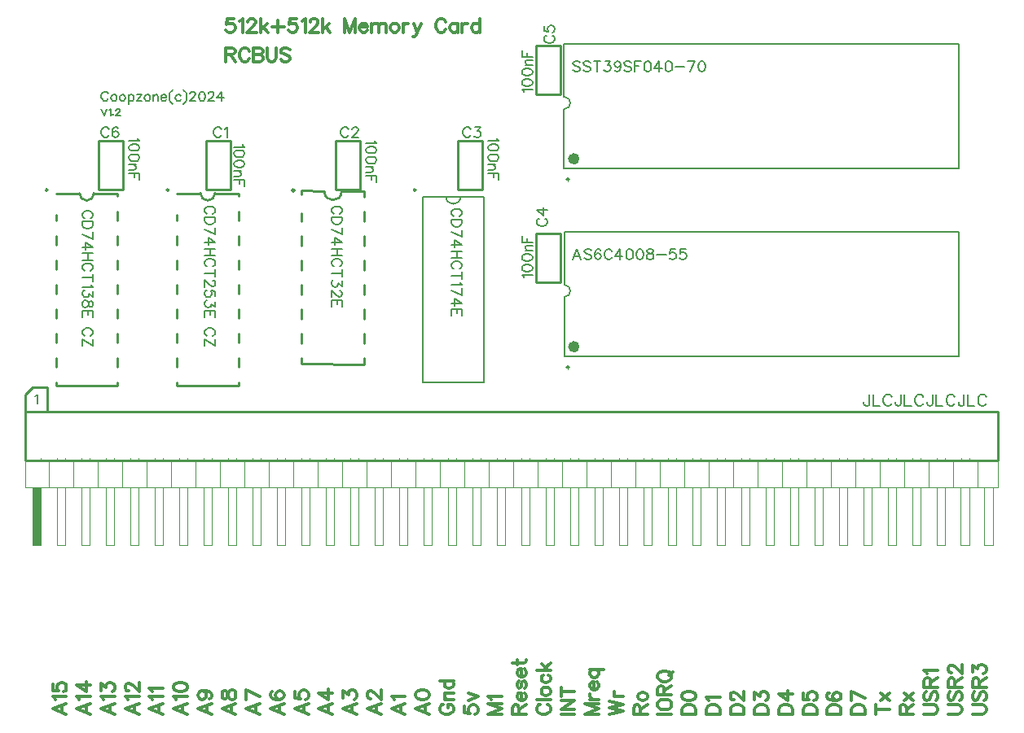
<source format=gto>
G04 Layer: TopSilkscreenLayer*
G04 EasyEDA v6.5.40, 2024-07-01 11:27:10*
G04 c1f3bc4e761f40e689e8ea0538afd347,7243cdaf381449fe92b9da44aa7c23a7,10*
G04 Gerber Generator version 0.2*
G04 Scale: 100 percent, Rotated: No, Reflected: No *
G04 Dimensions in millimeters *
G04 leading zeros omitted , absolute positions ,4 integer and 5 decimal *
%FSLAX45Y45*%
%MOMM*%

%ADD10C,0.1501*%
%ADD11C,0.3000*%
%ADD12C,0.1270*%
%ADD13C,0.1524*%
%ADD14C,0.1778*%
%ADD15C,0.2540*%
%ADD16C,0.2000*%
%ADD17C,0.1200*%
%ADD18C,0.1500*%
%ADD19C,0.6000*%
%ADD20C,0.2500*%
%ADD21C,0.0131*%

%LPD*%
D10*
X9125483Y-4342155D02*
G01*
X9125483Y-4434611D01*
X9119641Y-4451883D01*
X9114053Y-4457725D01*
X9102369Y-4463567D01*
X9090939Y-4463567D01*
X9079255Y-4457725D01*
X9073667Y-4451883D01*
X9067825Y-4434611D01*
X9067825Y-4423181D01*
X9163583Y-4342155D02*
G01*
X9163583Y-4463567D01*
X9163583Y-4463567D02*
G01*
X9232925Y-4463567D01*
X9357639Y-4371111D02*
G01*
X9351797Y-4359681D01*
X9340367Y-4347997D01*
X9328683Y-4342155D01*
X9305569Y-4342155D01*
X9294139Y-4347997D01*
X9282455Y-4359681D01*
X9276867Y-4371111D01*
X9271025Y-4388383D01*
X9271025Y-4417339D01*
X9276867Y-4434611D01*
X9282455Y-4446041D01*
X9294139Y-4457725D01*
X9305569Y-4463567D01*
X9328683Y-4463567D01*
X9340367Y-4457725D01*
X9351797Y-4446041D01*
X9357639Y-4434611D01*
X9453397Y-4342155D02*
G01*
X9453397Y-4434611D01*
X9447555Y-4451883D01*
X9441967Y-4457725D01*
X9430283Y-4463567D01*
X9418853Y-4463567D01*
X9407169Y-4457725D01*
X9401581Y-4451883D01*
X9395739Y-4434611D01*
X9395739Y-4423181D01*
X9491497Y-4342155D02*
G01*
X9491497Y-4463567D01*
X9491497Y-4463567D02*
G01*
X9560839Y-4463567D01*
X9685553Y-4371111D02*
G01*
X9679711Y-4359681D01*
X9668281Y-4347997D01*
X9656597Y-4342155D01*
X9633483Y-4342155D01*
X9622053Y-4347997D01*
X9610369Y-4359681D01*
X9604781Y-4371111D01*
X9598939Y-4388383D01*
X9598939Y-4417339D01*
X9604781Y-4434611D01*
X9610369Y-4446041D01*
X9622053Y-4457725D01*
X9633483Y-4463567D01*
X9656597Y-4463567D01*
X9668281Y-4457725D01*
X9679711Y-4446041D01*
X9685553Y-4434611D01*
X9781311Y-4342155D02*
G01*
X9781311Y-4434611D01*
X9775469Y-4451883D01*
X9769881Y-4457725D01*
X9758197Y-4463567D01*
X9746767Y-4463567D01*
X9735083Y-4457725D01*
X9729241Y-4451883D01*
X9723653Y-4434611D01*
X9723653Y-4423181D01*
X9819411Y-4342155D02*
G01*
X9819411Y-4463567D01*
X9819411Y-4463567D02*
G01*
X9888753Y-4463567D01*
X10013467Y-4371111D02*
G01*
X10007625Y-4359681D01*
X9995941Y-4347997D01*
X9984511Y-4342155D01*
X9961397Y-4342155D01*
X9949967Y-4347997D01*
X9938283Y-4359681D01*
X9932441Y-4371111D01*
X9926853Y-4388383D01*
X9926853Y-4417339D01*
X9932441Y-4434611D01*
X9938283Y-4446041D01*
X9949967Y-4457725D01*
X9961397Y-4463567D01*
X9984511Y-4463567D01*
X9995941Y-4457725D01*
X10007625Y-4446041D01*
X10013467Y-4434611D01*
X10109225Y-4342155D02*
G01*
X10109225Y-4434611D01*
X10103383Y-4451883D01*
X10097541Y-4457725D01*
X10086111Y-4463567D01*
X10074681Y-4463567D01*
X10062997Y-4457725D01*
X10057155Y-4451883D01*
X10051567Y-4434611D01*
X10051567Y-4423181D01*
X10147325Y-4342155D02*
G01*
X10147325Y-4463567D01*
X10147325Y-4463567D02*
G01*
X10216667Y-4463567D01*
X10341381Y-4371111D02*
G01*
X10335539Y-4359681D01*
X10323855Y-4347997D01*
X10312425Y-4342155D01*
X10289311Y-4342155D01*
X10277881Y-4347997D01*
X10266197Y-4359681D01*
X10260355Y-4371111D01*
X10254767Y-4388383D01*
X10254767Y-4417339D01*
X10260355Y-4434611D01*
X10266197Y-4446041D01*
X10277881Y-4457725D01*
X10289311Y-4463567D01*
X10312425Y-4463567D01*
X10323855Y-4457725D01*
X10335539Y-4446041D01*
X10341381Y-4434611D01*
D11*
X2520188Y-432816D02*
G01*
X2452115Y-432816D01*
X2445257Y-494283D01*
X2452115Y-487425D01*
X2472436Y-480568D01*
X2493009Y-480568D01*
X2513330Y-487425D01*
X2527046Y-501142D01*
X2533903Y-521461D01*
X2533903Y-535177D01*
X2527046Y-555498D01*
X2513330Y-569214D01*
X2493009Y-576072D01*
X2472436Y-576072D01*
X2452115Y-569214D01*
X2445257Y-562355D01*
X2438400Y-548640D01*
X2578861Y-459994D02*
G01*
X2592578Y-453390D01*
X2612898Y-432816D01*
X2612898Y-576072D01*
X2664713Y-466851D02*
G01*
X2664713Y-459994D01*
X2671571Y-446531D01*
X2678430Y-439674D01*
X2691892Y-432816D01*
X2719323Y-432816D01*
X2733040Y-439674D01*
X2739644Y-446531D01*
X2746502Y-459994D01*
X2746502Y-473709D01*
X2739644Y-487425D01*
X2726182Y-507746D01*
X2657856Y-576072D01*
X2753359Y-576072D01*
X2798317Y-432816D02*
G01*
X2798317Y-576072D01*
X2866644Y-480568D02*
G01*
X2798317Y-548640D01*
X2825750Y-521461D02*
G01*
X2873248Y-576072D01*
X2979673Y-453390D02*
G01*
X2979673Y-576072D01*
X2918459Y-514603D02*
G01*
X3041142Y-514603D01*
X3167888Y-432816D02*
G01*
X3099815Y-432816D01*
X3092957Y-494283D01*
X3099815Y-487425D01*
X3120136Y-480568D01*
X3140709Y-480568D01*
X3161030Y-487425D01*
X3174746Y-501142D01*
X3181603Y-521461D01*
X3181603Y-535177D01*
X3174746Y-555498D01*
X3161030Y-569214D01*
X3140709Y-576072D01*
X3120136Y-576072D01*
X3099815Y-569214D01*
X3092957Y-562355D01*
X3086100Y-548640D01*
X3226561Y-459994D02*
G01*
X3240023Y-453390D01*
X3260598Y-432816D01*
X3260598Y-576072D01*
X3312413Y-466851D02*
G01*
X3312413Y-459994D01*
X3319271Y-446531D01*
X3326130Y-439674D01*
X3339592Y-432816D01*
X3367023Y-432816D01*
X3380486Y-439674D01*
X3387344Y-446531D01*
X3394201Y-459994D01*
X3394201Y-473709D01*
X3387344Y-487425D01*
X3373882Y-507746D01*
X3305556Y-576072D01*
X3401059Y-576072D01*
X3446017Y-432816D02*
G01*
X3446017Y-576072D01*
X3514090Y-480568D02*
G01*
X3446017Y-548640D01*
X3473196Y-521461D02*
G01*
X3520948Y-576072D01*
X3671061Y-432816D02*
G01*
X3671061Y-576072D01*
X3671061Y-432816D02*
G01*
X3725671Y-576072D01*
X3780028Y-432816D02*
G01*
X3725671Y-576072D01*
X3780028Y-432816D02*
G01*
X3780028Y-576072D01*
X3824986Y-521461D02*
G01*
X3907028Y-521461D01*
X3907028Y-507746D01*
X3900169Y-494283D01*
X3893311Y-487425D01*
X3879596Y-480568D01*
X3859276Y-480568D01*
X3845559Y-487425D01*
X3831844Y-501142D01*
X3824986Y-521461D01*
X3824986Y-535177D01*
X3831844Y-555498D01*
X3845559Y-569214D01*
X3859276Y-576072D01*
X3879596Y-576072D01*
X3893311Y-569214D01*
X3907028Y-555498D01*
X3951986Y-480568D02*
G01*
X3951986Y-576072D01*
X3951986Y-507746D02*
G01*
X3972306Y-487425D01*
X3986021Y-480568D01*
X4006342Y-480568D01*
X4020057Y-487425D01*
X4026915Y-507746D01*
X4026915Y-576072D01*
X4026915Y-507746D02*
G01*
X4047236Y-487425D01*
X4060951Y-480568D01*
X4081526Y-480568D01*
X4094988Y-487425D01*
X4101846Y-507746D01*
X4101846Y-576072D01*
X4181094Y-480568D02*
G01*
X4167378Y-487425D01*
X4153661Y-501142D01*
X4146804Y-521461D01*
X4146804Y-535177D01*
X4153661Y-555498D01*
X4167378Y-569214D01*
X4181094Y-576072D01*
X4201413Y-576072D01*
X4215130Y-569214D01*
X4228592Y-555498D01*
X4235450Y-535177D01*
X4235450Y-521461D01*
X4228592Y-501142D01*
X4215130Y-487425D01*
X4201413Y-480568D01*
X4181094Y-480568D01*
X4280407Y-480568D02*
G01*
X4280407Y-576072D01*
X4280407Y-521461D02*
G01*
X4287265Y-501142D01*
X4300982Y-487425D01*
X4314698Y-480568D01*
X4335017Y-480568D01*
X4386834Y-480568D02*
G01*
X4427728Y-576072D01*
X4468621Y-480568D02*
G01*
X4427728Y-576072D01*
X4414012Y-603250D01*
X4400550Y-616966D01*
X4386834Y-623824D01*
X4379976Y-623824D01*
X4720844Y-466851D02*
G01*
X4713986Y-453390D01*
X4700523Y-439674D01*
X4686807Y-432816D01*
X4659630Y-432816D01*
X4645913Y-439674D01*
X4632198Y-453390D01*
X4625594Y-466851D01*
X4618736Y-487425D01*
X4618736Y-521461D01*
X4625594Y-542035D01*
X4632198Y-555498D01*
X4645913Y-569214D01*
X4659630Y-576072D01*
X4686807Y-576072D01*
X4700523Y-569214D01*
X4713986Y-555498D01*
X4720844Y-542035D01*
X4847844Y-480568D02*
G01*
X4847844Y-576072D01*
X4847844Y-501142D02*
G01*
X4834128Y-487425D01*
X4820412Y-480568D01*
X4800092Y-480568D01*
X4786376Y-487425D01*
X4772659Y-501142D01*
X4765802Y-521461D01*
X4765802Y-535177D01*
X4772659Y-555498D01*
X4786376Y-569214D01*
X4800092Y-576072D01*
X4820412Y-576072D01*
X4834128Y-569214D01*
X4847844Y-555498D01*
X4892802Y-480568D02*
G01*
X4892802Y-576072D01*
X4892802Y-521461D02*
G01*
X4899659Y-501142D01*
X4913121Y-487425D01*
X4926838Y-480568D01*
X4947157Y-480568D01*
X5074157Y-432816D02*
G01*
X5074157Y-576072D01*
X5074157Y-501142D02*
G01*
X5060442Y-487425D01*
X5046726Y-480568D01*
X5026406Y-480568D01*
X5012690Y-487425D01*
X4998973Y-501142D01*
X4992369Y-521461D01*
X4992369Y-535177D01*
X4998973Y-555498D01*
X5012690Y-569214D01*
X5026406Y-576072D01*
X5046726Y-576072D01*
X5060442Y-569214D01*
X5074157Y-555498D01*
X636142Y-7616139D02*
G01*
X779144Y-7670749D01*
X636142Y-7616139D02*
G01*
X779144Y-7561783D01*
X731392Y-7650429D02*
G01*
X731392Y-7582103D01*
X663321Y-7516825D02*
G01*
X656463Y-7503109D01*
X636142Y-7482535D01*
X779144Y-7482535D01*
X636142Y-7355789D02*
G01*
X636142Y-7424115D01*
X697357Y-7430719D01*
X690498Y-7424115D01*
X683894Y-7403541D01*
X683894Y-7383221D01*
X690498Y-7362647D01*
X704215Y-7348931D01*
X724788Y-7342073D01*
X738251Y-7342073D01*
X758825Y-7348931D01*
X772286Y-7362647D01*
X779144Y-7383221D01*
X779144Y-7403541D01*
X772286Y-7424115D01*
X765682Y-7430719D01*
X751967Y-7437577D01*
X887603Y-7616139D02*
G01*
X1030859Y-7670749D01*
X887603Y-7616139D02*
G01*
X1030859Y-7561783D01*
X983107Y-7650429D02*
G01*
X983107Y-7582103D01*
X914780Y-7516825D02*
G01*
X908176Y-7503109D01*
X887603Y-7482535D01*
X1030859Y-7482535D01*
X887603Y-7369505D02*
G01*
X983107Y-7437577D01*
X983107Y-7335469D01*
X887603Y-7369505D02*
G01*
X1030859Y-7369505D01*
X1139317Y-7616139D02*
G01*
X1282319Y-7670749D01*
X1139317Y-7616139D02*
G01*
X1282319Y-7561783D01*
X1234567Y-7650429D02*
G01*
X1234567Y-7582103D01*
X1166494Y-7516825D02*
G01*
X1159636Y-7503109D01*
X1139317Y-7482535D01*
X1282319Y-7482535D01*
X1139317Y-7424115D02*
G01*
X1139317Y-7348931D01*
X1193673Y-7389825D01*
X1193673Y-7369505D01*
X1200530Y-7355789D01*
X1207388Y-7348931D01*
X1227963Y-7342073D01*
X1241425Y-7342073D01*
X1261998Y-7348931D01*
X1275461Y-7362647D01*
X1282319Y-7383221D01*
X1282319Y-7403541D01*
X1275461Y-7424115D01*
X1268857Y-7430719D01*
X1255140Y-7437577D01*
X1390776Y-7616139D02*
G01*
X1534032Y-7670749D01*
X1390776Y-7616139D02*
G01*
X1534032Y-7561783D01*
X1486280Y-7650429D02*
G01*
X1486280Y-7582103D01*
X1417955Y-7516825D02*
G01*
X1411351Y-7503109D01*
X1390776Y-7482535D01*
X1534032Y-7482535D01*
X1424813Y-7430719D02*
G01*
X1417955Y-7430719D01*
X1404492Y-7424115D01*
X1397634Y-7417257D01*
X1390776Y-7403541D01*
X1390776Y-7376363D01*
X1397634Y-7362647D01*
X1404492Y-7355789D01*
X1417955Y-7348931D01*
X1431671Y-7348931D01*
X1445386Y-7355789D01*
X1465707Y-7369505D01*
X1534032Y-7437577D01*
X1534032Y-7342073D01*
X1642490Y-7616139D02*
G01*
X1785492Y-7670749D01*
X1642490Y-7616139D02*
G01*
X1785492Y-7561783D01*
X1737740Y-7650429D02*
G01*
X1737740Y-7582103D01*
X1669669Y-7516825D02*
G01*
X1662811Y-7503109D01*
X1642490Y-7482535D01*
X1785492Y-7482535D01*
X1669669Y-7437577D02*
G01*
X1662811Y-7424115D01*
X1642490Y-7403541D01*
X1785492Y-7403541D01*
X1893951Y-7616139D02*
G01*
X2037207Y-7670749D01*
X1893951Y-7616139D02*
G01*
X2037207Y-7561783D01*
X1989455Y-7650429D02*
G01*
X1989455Y-7582103D01*
X1921128Y-7516825D02*
G01*
X1914525Y-7503109D01*
X1893951Y-7482535D01*
X2037207Y-7482535D01*
X1893951Y-7396683D02*
G01*
X1900809Y-7417257D01*
X1921128Y-7430719D01*
X1955419Y-7437577D01*
X1975738Y-7437577D01*
X2009775Y-7430719D01*
X2030348Y-7417257D01*
X2037207Y-7396683D01*
X2037207Y-7383221D01*
X2030348Y-7362647D01*
X2009775Y-7348931D01*
X1975738Y-7342073D01*
X1955419Y-7342073D01*
X1921128Y-7348931D01*
X1900809Y-7362647D01*
X1893951Y-7383221D01*
X1893951Y-7396683D01*
X2145665Y-7616139D02*
G01*
X2288667Y-7670749D01*
X2145665Y-7616139D02*
G01*
X2288667Y-7561783D01*
X2240915Y-7650429D02*
G01*
X2240915Y-7582103D01*
X2193417Y-7428179D02*
G01*
X2213736Y-7435037D01*
X2227453Y-7448499D01*
X2234311Y-7469073D01*
X2234311Y-7475931D01*
X2227453Y-7496251D01*
X2213736Y-7509967D01*
X2193417Y-7516825D01*
X2186559Y-7516825D01*
X2165984Y-7509967D01*
X2152269Y-7496251D01*
X2145665Y-7475931D01*
X2145665Y-7469073D01*
X2152269Y-7448499D01*
X2165984Y-7435037D01*
X2193417Y-7428179D01*
X2227453Y-7428179D01*
X2261488Y-7435037D01*
X2281809Y-7448499D01*
X2288667Y-7469073D01*
X2288667Y-7482535D01*
X2281809Y-7503109D01*
X2268346Y-7509967D01*
X2397125Y-7616139D02*
G01*
X2540381Y-7670749D01*
X2397125Y-7616139D02*
G01*
X2540381Y-7561783D01*
X2492628Y-7650429D02*
G01*
X2492628Y-7582103D01*
X2397125Y-7482535D02*
G01*
X2403982Y-7503109D01*
X2417698Y-7509967D01*
X2431161Y-7509967D01*
X2444877Y-7503109D01*
X2451734Y-7489393D01*
X2458592Y-7462215D01*
X2465451Y-7441641D01*
X2478913Y-7428179D01*
X2492628Y-7421321D01*
X2512948Y-7421321D01*
X2526665Y-7428179D01*
X2533523Y-7435037D01*
X2540381Y-7455357D01*
X2540381Y-7482535D01*
X2533523Y-7503109D01*
X2526665Y-7509967D01*
X2512948Y-7516825D01*
X2492628Y-7516825D01*
X2478913Y-7509967D01*
X2465451Y-7496251D01*
X2458592Y-7475931D01*
X2451734Y-7448499D01*
X2444877Y-7435037D01*
X2431161Y-7428179D01*
X2417698Y-7428179D01*
X2403982Y-7435037D01*
X2397125Y-7455357D01*
X2397125Y-7482535D01*
X2648838Y-7616139D02*
G01*
X2791840Y-7670749D01*
X2648838Y-7616139D02*
G01*
X2791840Y-7561783D01*
X2744088Y-7650429D02*
G01*
X2744088Y-7582103D01*
X2648838Y-7421321D02*
G01*
X2791840Y-7489393D01*
X2648838Y-7516825D02*
G01*
X2648838Y-7421321D01*
X2900298Y-7616139D02*
G01*
X3043555Y-7670749D01*
X2900298Y-7616139D02*
G01*
X3043555Y-7561783D01*
X2995803Y-7650429D02*
G01*
X2995803Y-7582103D01*
X2920873Y-7435037D02*
G01*
X2907157Y-7441641D01*
X2900298Y-7462215D01*
X2900298Y-7475931D01*
X2907157Y-7496251D01*
X2927477Y-7509967D01*
X2961767Y-7516825D01*
X2995803Y-7516825D01*
X3022981Y-7509967D01*
X3036696Y-7496251D01*
X3043555Y-7475931D01*
X3043555Y-7469073D01*
X3036696Y-7448499D01*
X3022981Y-7435037D01*
X3002661Y-7428179D01*
X2995803Y-7428179D01*
X2975228Y-7435037D01*
X2961767Y-7448499D01*
X2954909Y-7469073D01*
X2954909Y-7475931D01*
X2961767Y-7496251D01*
X2975228Y-7509967D01*
X2995803Y-7516825D01*
X3152013Y-7616139D02*
G01*
X3295015Y-7670749D01*
X3152013Y-7616139D02*
G01*
X3295015Y-7561783D01*
X3247263Y-7650429D02*
G01*
X3247263Y-7582103D01*
X3152013Y-7435037D02*
G01*
X3152013Y-7503109D01*
X3213227Y-7509967D01*
X3206369Y-7503109D01*
X3199765Y-7482535D01*
X3199765Y-7462215D01*
X3206369Y-7441641D01*
X3220084Y-7428179D01*
X3240659Y-7421321D01*
X3254121Y-7421321D01*
X3274694Y-7428179D01*
X3288157Y-7441641D01*
X3295015Y-7462215D01*
X3295015Y-7482535D01*
X3288157Y-7503109D01*
X3281553Y-7509967D01*
X3267836Y-7516825D01*
X3403473Y-7616139D02*
G01*
X3546729Y-7670749D01*
X3403473Y-7616139D02*
G01*
X3546729Y-7561783D01*
X3498976Y-7650429D02*
G01*
X3498976Y-7582103D01*
X3403473Y-7448499D02*
G01*
X3498976Y-7516825D01*
X3498976Y-7414463D01*
X3403473Y-7448499D02*
G01*
X3546729Y-7448499D01*
X3655186Y-7616139D02*
G01*
X3798188Y-7670749D01*
X3655186Y-7616139D02*
G01*
X3798188Y-7561783D01*
X3750436Y-7650429D02*
G01*
X3750436Y-7582103D01*
X3655186Y-7503109D02*
G01*
X3655186Y-7428179D01*
X3709542Y-7469073D01*
X3709542Y-7448499D01*
X3716401Y-7435037D01*
X3723259Y-7428179D01*
X3743832Y-7421321D01*
X3757294Y-7421321D01*
X3777869Y-7428179D01*
X3791331Y-7441641D01*
X3798188Y-7462215D01*
X3798188Y-7482535D01*
X3791331Y-7503109D01*
X3784726Y-7509967D01*
X3771011Y-7516825D01*
X3906646Y-7616139D02*
G01*
X4049903Y-7670749D01*
X3906646Y-7616139D02*
G01*
X4049903Y-7561783D01*
X4002151Y-7650429D02*
G01*
X4002151Y-7582103D01*
X3940682Y-7509967D02*
G01*
X3933825Y-7509967D01*
X3920363Y-7503109D01*
X3913505Y-7496251D01*
X3906646Y-7482535D01*
X3906646Y-7455357D01*
X3913505Y-7441641D01*
X3920363Y-7435037D01*
X3933825Y-7428179D01*
X3947540Y-7428179D01*
X3961257Y-7435037D01*
X3981576Y-7448499D01*
X4049903Y-7516825D01*
X4049903Y-7421321D01*
X4158361Y-7616139D02*
G01*
X4301363Y-7670749D01*
X4158361Y-7616139D02*
G01*
X4301363Y-7561783D01*
X4253611Y-7650429D02*
G01*
X4253611Y-7582103D01*
X4185538Y-7516825D02*
G01*
X4178681Y-7503109D01*
X4158361Y-7482535D01*
X4301363Y-7482535D01*
X4409821Y-7616139D02*
G01*
X4553077Y-7670749D01*
X4409821Y-7616139D02*
G01*
X4553077Y-7561783D01*
X4505325Y-7650429D02*
G01*
X4505325Y-7582103D01*
X4409821Y-7475931D02*
G01*
X4416679Y-7496251D01*
X4436998Y-7509967D01*
X4471288Y-7516825D01*
X4491609Y-7516825D01*
X4525644Y-7509967D01*
X4546219Y-7496251D01*
X4553077Y-7475931D01*
X4553077Y-7462215D01*
X4546219Y-7441641D01*
X4525644Y-7428179D01*
X4491609Y-7421321D01*
X4471288Y-7421321D01*
X4436998Y-7428179D01*
X4416679Y-7441641D01*
X4409821Y-7462215D01*
X4409821Y-7475931D01*
X4695571Y-7568641D02*
G01*
X4681855Y-7575245D01*
X4668138Y-7588961D01*
X4661534Y-7602677D01*
X4661534Y-7629855D01*
X4668138Y-7643571D01*
X4681855Y-7657287D01*
X4695571Y-7663891D01*
X4715890Y-7670749D01*
X4750181Y-7670749D01*
X4770501Y-7663891D01*
X4784217Y-7657287D01*
X4797679Y-7643571D01*
X4804537Y-7629855D01*
X4804537Y-7602677D01*
X4797679Y-7588961D01*
X4784217Y-7575245D01*
X4770501Y-7568641D01*
X4750181Y-7568641D01*
X4750181Y-7602677D02*
G01*
X4750181Y-7568641D01*
X4709287Y-7523429D02*
G01*
X4804537Y-7523429D01*
X4736465Y-7523429D02*
G01*
X4715890Y-7503109D01*
X4709287Y-7489393D01*
X4709287Y-7469073D01*
X4715890Y-7455357D01*
X4736465Y-7448499D01*
X4804537Y-7448499D01*
X4661534Y-7321753D02*
G01*
X4804537Y-7321753D01*
X4729607Y-7321753D02*
G01*
X4715890Y-7335469D01*
X4709287Y-7348931D01*
X4709287Y-7369505D01*
X4715890Y-7383221D01*
X4729607Y-7396683D01*
X4750181Y-7403541D01*
X4763642Y-7403541D01*
X4784217Y-7396683D01*
X4797679Y-7383221D01*
X4804537Y-7369505D01*
X4804537Y-7348931D01*
X4797679Y-7335469D01*
X4784217Y-7321753D01*
X4912994Y-7588961D02*
G01*
X4912994Y-7657287D01*
X4974463Y-7663891D01*
X4967605Y-7657287D01*
X4960746Y-7636713D01*
X4960746Y-7616139D01*
X4967605Y-7595819D01*
X4981321Y-7582103D01*
X5001640Y-7575245D01*
X5015357Y-7575245D01*
X5035677Y-7582103D01*
X5049392Y-7595819D01*
X5056251Y-7616139D01*
X5056251Y-7636713D01*
X5049392Y-7657287D01*
X5042534Y-7663891D01*
X5028819Y-7670749D01*
X4960746Y-7530287D02*
G01*
X5056251Y-7489393D01*
X4960746Y-7448499D02*
G01*
X5056251Y-7489393D01*
X5164709Y-7670749D02*
G01*
X5307711Y-7670749D01*
X5164709Y-7670749D02*
G01*
X5307711Y-7616139D01*
X5164709Y-7561783D02*
G01*
X5307711Y-7616139D01*
X5164709Y-7561783D02*
G01*
X5307711Y-7561783D01*
X5191887Y-7516825D02*
G01*
X5185029Y-7503109D01*
X5164709Y-7482535D01*
X5307711Y-7482535D01*
X5416169Y-7670749D02*
G01*
X5559425Y-7670749D01*
X5416169Y-7670749D02*
G01*
X5416169Y-7609535D01*
X5423027Y-7588961D01*
X5429884Y-7582103D01*
X5443346Y-7575245D01*
X5457063Y-7575245D01*
X5470779Y-7582103D01*
X5477637Y-7588961D01*
X5484494Y-7609535D01*
X5484494Y-7670749D01*
X5484494Y-7622997D02*
G01*
X5559425Y-7575245D01*
X5504815Y-7530287D02*
G01*
X5504815Y-7448499D01*
X5491098Y-7448499D01*
X5477637Y-7455357D01*
X5470779Y-7462215D01*
X5463921Y-7475931D01*
X5463921Y-7496251D01*
X5470779Y-7509967D01*
X5484494Y-7523429D01*
X5504815Y-7530287D01*
X5518531Y-7530287D01*
X5538851Y-7523429D01*
X5552567Y-7509967D01*
X5559425Y-7496251D01*
X5559425Y-7475931D01*
X5552567Y-7462215D01*
X5538851Y-7448499D01*
X5484494Y-7328611D02*
G01*
X5470779Y-7335469D01*
X5463921Y-7355789D01*
X5463921Y-7376363D01*
X5470779Y-7396683D01*
X5484494Y-7403541D01*
X5497957Y-7396683D01*
X5504815Y-7383221D01*
X5511673Y-7348931D01*
X5518531Y-7335469D01*
X5531992Y-7328611D01*
X5538851Y-7328611D01*
X5552567Y-7335469D01*
X5559425Y-7355789D01*
X5559425Y-7376363D01*
X5552567Y-7396683D01*
X5538851Y-7403541D01*
X5504815Y-7283653D02*
G01*
X5504815Y-7201865D01*
X5491098Y-7201865D01*
X5477637Y-7208469D01*
X5470779Y-7215327D01*
X5463921Y-7229043D01*
X5463921Y-7249363D01*
X5470779Y-7263079D01*
X5484494Y-7276795D01*
X5504815Y-7283653D01*
X5518531Y-7283653D01*
X5538851Y-7276795D01*
X5552567Y-7263079D01*
X5559425Y-7249363D01*
X5559425Y-7229043D01*
X5552567Y-7215327D01*
X5538851Y-7201865D01*
X5416169Y-7136333D02*
G01*
X5531992Y-7136333D01*
X5552567Y-7129475D01*
X5559425Y-7115759D01*
X5559425Y-7102297D01*
X5463921Y-7156653D02*
G01*
X5463921Y-7109155D01*
X5701919Y-7568641D02*
G01*
X5688203Y-7575245D01*
X5674487Y-7588961D01*
X5667882Y-7602677D01*
X5667882Y-7629855D01*
X5674487Y-7643571D01*
X5688203Y-7657287D01*
X5701919Y-7663891D01*
X5722238Y-7670749D01*
X5756529Y-7670749D01*
X5776848Y-7663891D01*
X5790565Y-7657287D01*
X5804027Y-7643571D01*
X5810884Y-7629855D01*
X5810884Y-7602677D01*
X5804027Y-7588961D01*
X5790565Y-7575245D01*
X5776848Y-7568641D01*
X5667882Y-7523429D02*
G01*
X5810884Y-7523429D01*
X5715634Y-7444435D02*
G01*
X5722238Y-7458151D01*
X5735955Y-7471613D01*
X5756529Y-7478471D01*
X5769990Y-7478471D01*
X5790565Y-7471613D01*
X5804027Y-7458151D01*
X5810884Y-7444435D01*
X5810884Y-7424115D01*
X5804027Y-7410399D01*
X5790565Y-7396683D01*
X5769990Y-7389825D01*
X5756529Y-7389825D01*
X5735955Y-7396683D01*
X5722238Y-7410399D01*
X5715634Y-7424115D01*
X5715634Y-7444435D01*
X5735955Y-7263079D02*
G01*
X5722238Y-7276795D01*
X5715634Y-7290257D01*
X5715634Y-7310831D01*
X5722238Y-7324547D01*
X5735955Y-7338009D01*
X5756529Y-7344867D01*
X5769990Y-7344867D01*
X5790565Y-7338009D01*
X5804027Y-7324547D01*
X5810884Y-7310831D01*
X5810884Y-7290257D01*
X5804027Y-7276795D01*
X5790565Y-7263079D01*
X5667882Y-7218121D02*
G01*
X5810884Y-7218121D01*
X5715634Y-7150049D02*
G01*
X5783707Y-7218121D01*
X5756529Y-7190943D02*
G01*
X5810884Y-7143191D01*
X5919342Y-7670749D02*
G01*
X6062598Y-7670749D01*
X5919342Y-7625791D02*
G01*
X6062598Y-7625791D01*
X5919342Y-7625791D02*
G01*
X6062598Y-7530287D01*
X5919342Y-7530287D02*
G01*
X6062598Y-7530287D01*
X5919342Y-7437577D02*
G01*
X6062598Y-7437577D01*
X5919342Y-7485329D02*
G01*
X5919342Y-7389825D01*
X6171057Y-7670749D02*
G01*
X6314059Y-7670749D01*
X6171057Y-7670749D02*
G01*
X6314059Y-7616139D01*
X6171057Y-7561783D02*
G01*
X6314059Y-7616139D01*
X6171057Y-7561783D02*
G01*
X6314059Y-7561783D01*
X6218809Y-7516825D02*
G01*
X6314059Y-7516825D01*
X6259703Y-7516825D02*
G01*
X6239129Y-7509967D01*
X6225413Y-7496251D01*
X6218809Y-7482535D01*
X6218809Y-7462215D01*
X6259703Y-7417257D02*
G01*
X6259703Y-7335469D01*
X6245987Y-7335469D01*
X6232271Y-7342073D01*
X6225413Y-7348931D01*
X6218809Y-7362647D01*
X6218809Y-7383221D01*
X6225413Y-7396683D01*
X6239129Y-7410399D01*
X6259703Y-7417257D01*
X6273165Y-7417257D01*
X6293738Y-7410399D01*
X6307201Y-7396683D01*
X6314059Y-7383221D01*
X6314059Y-7362647D01*
X6307201Y-7348931D01*
X6293738Y-7335469D01*
X6218809Y-7208469D02*
G01*
X6361811Y-7208469D01*
X6239129Y-7208469D02*
G01*
X6225413Y-7222185D01*
X6218809Y-7235901D01*
X6218809Y-7256221D01*
X6225413Y-7269937D01*
X6239129Y-7283653D01*
X6259703Y-7290257D01*
X6273165Y-7290257D01*
X6293738Y-7283653D01*
X6307201Y-7269937D01*
X6314059Y-7256221D01*
X6314059Y-7235901D01*
X6307201Y-7222185D01*
X6293738Y-7208469D01*
X6422517Y-7670749D02*
G01*
X6565773Y-7636713D01*
X6422517Y-7602677D02*
G01*
X6565773Y-7636713D01*
X6422517Y-7602677D02*
G01*
X6565773Y-7568641D01*
X6422517Y-7534351D02*
G01*
X6565773Y-7568641D01*
X6470269Y-7489393D02*
G01*
X6565773Y-7489393D01*
X6511163Y-7489393D02*
G01*
X6490842Y-7482535D01*
X6477127Y-7469073D01*
X6470269Y-7455357D01*
X6470269Y-7435037D01*
X6674231Y-7670749D02*
G01*
X6817233Y-7670749D01*
X6674231Y-7670749D02*
G01*
X6674231Y-7609535D01*
X6680834Y-7588961D01*
X6687692Y-7582103D01*
X6701409Y-7575245D01*
X6715125Y-7575245D01*
X6728587Y-7582103D01*
X6735444Y-7588961D01*
X6742303Y-7609535D01*
X6742303Y-7670749D01*
X6742303Y-7622997D02*
G01*
X6817233Y-7575245D01*
X6721983Y-7496251D02*
G01*
X6728587Y-7509967D01*
X6742303Y-7523429D01*
X6762877Y-7530287D01*
X6776338Y-7530287D01*
X6796913Y-7523429D01*
X6810375Y-7509967D01*
X6817233Y-7496251D01*
X6817233Y-7475931D01*
X6810375Y-7462215D01*
X6796913Y-7448499D01*
X6776338Y-7441641D01*
X6762877Y-7441641D01*
X6742303Y-7448499D01*
X6728587Y-7462215D01*
X6721983Y-7475931D01*
X6721983Y-7496251D01*
X6925690Y-7670749D02*
G01*
X7068946Y-7670749D01*
X6925690Y-7584897D02*
G01*
X6932548Y-7598613D01*
X6946265Y-7612075D01*
X6959727Y-7618933D01*
X6980301Y-7625791D01*
X7014337Y-7625791D01*
X7034911Y-7618933D01*
X7048373Y-7612075D01*
X7062088Y-7598613D01*
X7068946Y-7584897D01*
X7068946Y-7557719D01*
X7062088Y-7544003D01*
X7048373Y-7530287D01*
X7034911Y-7523429D01*
X7014337Y-7516825D01*
X6980301Y-7516825D01*
X6959727Y-7523429D01*
X6946265Y-7530287D01*
X6932548Y-7544003D01*
X6925690Y-7557719D01*
X6925690Y-7584897D01*
X6925690Y-7471613D02*
G01*
X7068946Y-7471613D01*
X6925690Y-7471613D02*
G01*
X6925690Y-7410399D01*
X6932548Y-7389825D01*
X6939407Y-7383221D01*
X6952869Y-7376363D01*
X6966584Y-7376363D01*
X6980301Y-7383221D01*
X6987159Y-7389825D01*
X6994017Y-7410399D01*
X6994017Y-7471613D01*
X6994017Y-7424115D02*
G01*
X7068946Y-7376363D01*
X6925690Y-7290257D02*
G01*
X6932548Y-7303973D01*
X6946265Y-7317689D01*
X6959727Y-7324547D01*
X6980301Y-7331405D01*
X7014337Y-7331405D01*
X7034911Y-7324547D01*
X7048373Y-7317689D01*
X7062088Y-7303973D01*
X7068946Y-7290257D01*
X7068946Y-7263079D01*
X7062088Y-7249363D01*
X7048373Y-7235901D01*
X7034911Y-7229043D01*
X7014337Y-7222185D01*
X6980301Y-7222185D01*
X6959727Y-7229043D01*
X6946265Y-7235901D01*
X6932548Y-7249363D01*
X6925690Y-7263079D01*
X6925690Y-7290257D01*
X7041515Y-7269937D02*
G01*
X7082409Y-7229043D01*
X7177405Y-7670749D02*
G01*
X7320407Y-7670749D01*
X7177405Y-7670749D02*
G01*
X7177405Y-7622997D01*
X7184009Y-7602677D01*
X7197725Y-7588961D01*
X7211440Y-7582103D01*
X7231761Y-7575245D01*
X7266051Y-7575245D01*
X7286371Y-7582103D01*
X7300087Y-7588961D01*
X7313548Y-7602677D01*
X7320407Y-7622997D01*
X7320407Y-7670749D01*
X7177405Y-7489393D02*
G01*
X7184009Y-7509967D01*
X7204583Y-7523429D01*
X7238619Y-7530287D01*
X7259192Y-7530287D01*
X7293228Y-7523429D01*
X7313548Y-7509967D01*
X7320407Y-7489393D01*
X7320407Y-7475931D01*
X7313548Y-7455357D01*
X7293228Y-7441641D01*
X7259192Y-7435037D01*
X7238619Y-7435037D01*
X7204583Y-7441641D01*
X7184009Y-7455357D01*
X7177405Y-7475931D01*
X7177405Y-7489393D01*
X7428865Y-7670749D02*
G01*
X7572121Y-7670749D01*
X7428865Y-7670749D02*
G01*
X7428865Y-7622997D01*
X7435723Y-7602677D01*
X7449438Y-7588961D01*
X7462901Y-7582103D01*
X7483475Y-7575245D01*
X7517511Y-7575245D01*
X7538084Y-7582103D01*
X7551546Y-7588961D01*
X7565263Y-7602677D01*
X7572121Y-7622997D01*
X7572121Y-7670749D01*
X7456042Y-7530287D02*
G01*
X7449438Y-7516825D01*
X7428865Y-7496251D01*
X7572121Y-7496251D01*
X7680578Y-7670749D02*
G01*
X7823581Y-7670749D01*
X7680578Y-7670749D02*
G01*
X7680578Y-7622997D01*
X7687183Y-7602677D01*
X7700898Y-7588961D01*
X7714615Y-7582103D01*
X7734934Y-7575245D01*
X7769225Y-7575245D01*
X7789544Y-7582103D01*
X7803261Y-7588961D01*
X7816723Y-7602677D01*
X7823581Y-7622997D01*
X7823581Y-7670749D01*
X7714615Y-7523429D02*
G01*
X7707757Y-7523429D01*
X7694040Y-7516825D01*
X7687183Y-7509967D01*
X7680578Y-7496251D01*
X7680578Y-7469073D01*
X7687183Y-7455357D01*
X7694040Y-7448499D01*
X7707757Y-7441641D01*
X7721473Y-7441641D01*
X7734934Y-7448499D01*
X7755509Y-7462215D01*
X7823581Y-7530287D01*
X7823581Y-7435037D01*
X7932038Y-7670749D02*
G01*
X8075294Y-7670749D01*
X7932038Y-7670749D02*
G01*
X7932038Y-7622997D01*
X7938896Y-7602677D01*
X7952613Y-7588961D01*
X7966075Y-7582103D01*
X7986648Y-7575245D01*
X8020684Y-7575245D01*
X8041259Y-7582103D01*
X8054721Y-7588961D01*
X8068437Y-7602677D01*
X8075294Y-7622997D01*
X8075294Y-7670749D01*
X7932038Y-7516825D02*
G01*
X7932038Y-7441641D01*
X7986648Y-7482535D01*
X7986648Y-7462215D01*
X7993507Y-7448499D01*
X8000365Y-7441641D01*
X8020684Y-7435037D01*
X8034401Y-7435037D01*
X8054721Y-7441641D01*
X8068437Y-7455357D01*
X8075294Y-7475931D01*
X8075294Y-7496251D01*
X8068437Y-7516825D01*
X8061578Y-7523429D01*
X8047863Y-7530287D01*
X8183753Y-7670749D02*
G01*
X8326755Y-7670749D01*
X8183753Y-7670749D02*
G01*
X8183753Y-7622997D01*
X8190357Y-7602677D01*
X8204073Y-7588961D01*
X8217788Y-7582103D01*
X8238109Y-7575245D01*
X8272398Y-7575245D01*
X8292719Y-7582103D01*
X8306434Y-7588961D01*
X8319896Y-7602677D01*
X8326755Y-7622997D01*
X8326755Y-7670749D01*
X8183753Y-7462215D02*
G01*
X8279003Y-7530287D01*
X8279003Y-7428179D01*
X8183753Y-7462215D02*
G01*
X8326755Y-7462215D01*
X8435213Y-7670749D02*
G01*
X8578469Y-7670749D01*
X8435213Y-7670749D02*
G01*
X8435213Y-7622997D01*
X8442071Y-7602677D01*
X8455787Y-7588961D01*
X8469249Y-7582103D01*
X8489823Y-7575245D01*
X8523859Y-7575245D01*
X8544433Y-7582103D01*
X8557894Y-7588961D01*
X8571611Y-7602677D01*
X8578469Y-7622997D01*
X8578469Y-7670749D01*
X8435213Y-7448499D02*
G01*
X8435213Y-7516825D01*
X8496681Y-7523429D01*
X8489823Y-7516825D01*
X8482965Y-7496251D01*
X8482965Y-7475931D01*
X8489823Y-7455357D01*
X8503538Y-7441641D01*
X8523859Y-7435037D01*
X8537575Y-7435037D01*
X8557894Y-7441641D01*
X8571611Y-7455357D01*
X8578469Y-7475931D01*
X8578469Y-7496251D01*
X8571611Y-7516825D01*
X8564753Y-7523429D01*
X8551037Y-7530287D01*
X8686927Y-7670749D02*
G01*
X8829929Y-7670749D01*
X8686927Y-7670749D02*
G01*
X8686927Y-7622997D01*
X8693531Y-7602677D01*
X8707246Y-7588961D01*
X8720963Y-7582103D01*
X8741283Y-7575245D01*
X8775573Y-7575245D01*
X8795893Y-7582103D01*
X8809609Y-7588961D01*
X8823071Y-7602677D01*
X8829929Y-7622997D01*
X8829929Y-7670749D01*
X8707246Y-7448499D02*
G01*
X8693531Y-7455357D01*
X8686927Y-7475931D01*
X8686927Y-7489393D01*
X8693531Y-7509967D01*
X8714105Y-7523429D01*
X8748140Y-7530287D01*
X8782177Y-7530287D01*
X8809609Y-7523429D01*
X8823071Y-7509967D01*
X8829929Y-7489393D01*
X8829929Y-7482535D01*
X8823071Y-7462215D01*
X8809609Y-7448499D01*
X8789035Y-7441641D01*
X8782177Y-7441641D01*
X8761857Y-7448499D01*
X8748140Y-7462215D01*
X8741283Y-7482535D01*
X8741283Y-7489393D01*
X8748140Y-7509967D01*
X8761857Y-7523429D01*
X8782177Y-7530287D01*
X8938387Y-7670749D02*
G01*
X9081643Y-7670749D01*
X8938387Y-7670749D02*
G01*
X8938387Y-7622997D01*
X8945244Y-7602677D01*
X8958961Y-7588961D01*
X8972423Y-7582103D01*
X8992996Y-7575245D01*
X9027033Y-7575245D01*
X9047607Y-7582103D01*
X9061069Y-7588961D01*
X9074785Y-7602677D01*
X9081643Y-7622997D01*
X9081643Y-7670749D01*
X8938387Y-7435037D02*
G01*
X9081643Y-7503109D01*
X8938387Y-7530287D02*
G01*
X8938387Y-7435037D01*
X9190101Y-7622997D02*
G01*
X9333103Y-7622997D01*
X9190101Y-7670749D02*
G01*
X9190101Y-7575245D01*
X9237853Y-7530287D02*
G01*
X9333103Y-7455357D01*
X9237853Y-7455357D02*
G01*
X9333103Y-7530287D01*
X9441561Y-7670749D02*
G01*
X9584817Y-7670749D01*
X9441561Y-7670749D02*
G01*
X9441561Y-7609535D01*
X9448419Y-7588961D01*
X9455277Y-7582103D01*
X9468738Y-7575245D01*
X9482455Y-7575245D01*
X9496171Y-7582103D01*
X9503029Y-7588961D01*
X9509887Y-7609535D01*
X9509887Y-7670749D01*
X9509887Y-7622997D02*
G01*
X9584817Y-7575245D01*
X9489313Y-7530287D02*
G01*
X9584817Y-7455357D01*
X9489313Y-7455357D02*
G01*
X9584817Y-7530287D01*
X9693275Y-7670749D02*
G01*
X9795383Y-7670749D01*
X9815957Y-7663891D01*
X9829419Y-7650429D01*
X9836277Y-7629855D01*
X9836277Y-7616139D01*
X9829419Y-7595819D01*
X9815957Y-7582103D01*
X9795383Y-7575245D01*
X9693275Y-7575245D01*
X9713594Y-7435037D02*
G01*
X9699879Y-7448499D01*
X9693275Y-7469073D01*
X9693275Y-7496251D01*
X9699879Y-7516825D01*
X9713594Y-7530287D01*
X9727311Y-7530287D01*
X9741027Y-7523429D01*
X9747631Y-7516825D01*
X9754488Y-7503109D01*
X9768205Y-7462215D01*
X9775063Y-7448499D01*
X9781921Y-7441641D01*
X9795383Y-7435037D01*
X9815957Y-7435037D01*
X9829419Y-7448499D01*
X9836277Y-7469073D01*
X9836277Y-7496251D01*
X9829419Y-7516825D01*
X9815957Y-7530287D01*
X9693275Y-7389825D02*
G01*
X9836277Y-7389825D01*
X9693275Y-7389825D02*
G01*
X9693275Y-7328611D01*
X9699879Y-7308037D01*
X9706737Y-7301179D01*
X9720453Y-7294575D01*
X9734169Y-7294575D01*
X9747631Y-7301179D01*
X9754488Y-7308037D01*
X9761346Y-7328611D01*
X9761346Y-7389825D01*
X9761346Y-7342073D02*
G01*
X9836277Y-7294575D01*
X9720453Y-7249363D02*
G01*
X9713594Y-7235901D01*
X9693275Y-7215327D01*
X9836277Y-7215327D01*
X9944735Y-7670749D02*
G01*
X10047096Y-7670749D01*
X10067417Y-7663891D01*
X10081133Y-7650429D01*
X10087990Y-7629855D01*
X10087990Y-7616139D01*
X10081133Y-7595819D01*
X10067417Y-7582103D01*
X10047096Y-7575245D01*
X9944735Y-7575245D01*
X9965309Y-7435037D02*
G01*
X9951593Y-7448499D01*
X9944735Y-7469073D01*
X9944735Y-7496251D01*
X9951593Y-7516825D01*
X9965309Y-7530287D01*
X9978771Y-7530287D01*
X9992487Y-7523429D01*
X9999344Y-7516825D01*
X10006203Y-7503109D01*
X10019665Y-7462215D01*
X10026523Y-7448499D01*
X10033381Y-7441641D01*
X10047096Y-7435037D01*
X10067417Y-7435037D01*
X10081133Y-7448499D01*
X10087990Y-7469073D01*
X10087990Y-7496251D01*
X10081133Y-7516825D01*
X10067417Y-7530287D01*
X9944735Y-7389825D02*
G01*
X10087990Y-7389825D01*
X9944735Y-7389825D02*
G01*
X9944735Y-7328611D01*
X9951593Y-7308037D01*
X9958451Y-7301179D01*
X9971913Y-7294575D01*
X9985629Y-7294575D01*
X9999344Y-7301179D01*
X10006203Y-7308037D01*
X10013061Y-7328611D01*
X10013061Y-7389825D01*
X10013061Y-7342073D02*
G01*
X10087990Y-7294575D01*
X9978771Y-7242759D02*
G01*
X9971913Y-7242759D01*
X9958451Y-7235901D01*
X9951593Y-7229043D01*
X9944735Y-7215327D01*
X9944735Y-7188149D01*
X9951593Y-7174433D01*
X9958451Y-7167575D01*
X9971913Y-7160717D01*
X9985629Y-7160717D01*
X9999344Y-7167575D01*
X10019665Y-7181291D01*
X10087990Y-7249363D01*
X10087990Y-7154113D01*
X10196449Y-7670749D02*
G01*
X10298557Y-7670749D01*
X10319131Y-7663891D01*
X10332593Y-7650429D01*
X10339451Y-7629855D01*
X10339451Y-7616139D01*
X10332593Y-7595819D01*
X10319131Y-7582103D01*
X10298557Y-7575245D01*
X10196449Y-7575245D01*
X10216769Y-7435037D02*
G01*
X10203053Y-7448499D01*
X10196449Y-7469073D01*
X10196449Y-7496251D01*
X10203053Y-7516825D01*
X10216769Y-7530287D01*
X10230485Y-7530287D01*
X10244201Y-7523429D01*
X10250805Y-7516825D01*
X10257663Y-7503109D01*
X10271379Y-7462215D01*
X10278237Y-7448499D01*
X10285094Y-7441641D01*
X10298557Y-7435037D01*
X10319131Y-7435037D01*
X10332593Y-7448499D01*
X10339451Y-7469073D01*
X10339451Y-7496251D01*
X10332593Y-7516825D01*
X10319131Y-7530287D01*
X10196449Y-7389825D02*
G01*
X10339451Y-7389825D01*
X10196449Y-7389825D02*
G01*
X10196449Y-7328611D01*
X10203053Y-7308037D01*
X10209911Y-7301179D01*
X10223627Y-7294575D01*
X10237343Y-7294575D01*
X10250805Y-7301179D01*
X10257663Y-7308037D01*
X10264521Y-7328611D01*
X10264521Y-7389825D01*
X10264521Y-7342073D02*
G01*
X10339451Y-7294575D01*
X10196449Y-7235901D02*
G01*
X10196449Y-7160717D01*
X10250805Y-7201865D01*
X10250805Y-7181291D01*
X10257663Y-7167575D01*
X10264521Y-7160717D01*
X10285094Y-7154113D01*
X10298557Y-7154113D01*
X10319131Y-7160717D01*
X10332593Y-7174433D01*
X10339451Y-7195007D01*
X10339451Y-7215327D01*
X10332593Y-7235901D01*
X10325988Y-7242759D01*
X10312273Y-7249363D01*
X2438400Y-737616D02*
G01*
X2438400Y-880872D01*
X2438400Y-737616D02*
G01*
X2499867Y-737616D01*
X2520188Y-744474D01*
X2527046Y-751331D01*
X2533903Y-764794D01*
X2533903Y-778509D01*
X2527046Y-792225D01*
X2520188Y-799083D01*
X2499867Y-805942D01*
X2438400Y-805942D01*
X2486152Y-805942D02*
G01*
X2533903Y-880872D01*
X2681223Y-771651D02*
G01*
X2674365Y-758190D01*
X2660650Y-744474D01*
X2646934Y-737616D01*
X2619756Y-737616D01*
X2606040Y-744474D01*
X2592578Y-758190D01*
X2585719Y-771651D01*
X2578861Y-792225D01*
X2578861Y-826261D01*
X2585719Y-846835D01*
X2592578Y-860298D01*
X2606040Y-874014D01*
X2619756Y-880872D01*
X2646934Y-880872D01*
X2660650Y-874014D01*
X2674365Y-860298D01*
X2681223Y-846835D01*
X2726182Y-737616D02*
G01*
X2726182Y-880872D01*
X2726182Y-737616D02*
G01*
X2787396Y-737616D01*
X2807969Y-744474D01*
X2814828Y-751331D01*
X2821432Y-764794D01*
X2821432Y-778509D01*
X2814828Y-792225D01*
X2807969Y-799083D01*
X2787396Y-805942D01*
X2726182Y-805942D02*
G01*
X2787396Y-805942D01*
X2807969Y-812546D01*
X2814828Y-819403D01*
X2821432Y-833120D01*
X2821432Y-853440D01*
X2814828Y-867155D01*
X2807969Y-874014D01*
X2787396Y-880872D01*
X2726182Y-880872D01*
X2866644Y-737616D02*
G01*
X2866644Y-839977D01*
X2873248Y-860298D01*
X2886963Y-874014D01*
X2907538Y-880872D01*
X2921000Y-880872D01*
X2941573Y-874014D01*
X2955290Y-860298D01*
X2961894Y-839977D01*
X2961894Y-737616D01*
X3102356Y-758190D02*
G01*
X3088894Y-744474D01*
X3068319Y-737616D01*
X3041142Y-737616D01*
X3020567Y-744474D01*
X3007106Y-758190D01*
X3007106Y-771651D01*
X3013709Y-785368D01*
X3020567Y-792225D01*
X3034284Y-799083D01*
X3075178Y-812546D01*
X3088894Y-819403D01*
X3095498Y-826261D01*
X3102356Y-839977D01*
X3102356Y-860298D01*
X3088894Y-874014D01*
X3068319Y-880872D01*
X3041142Y-880872D01*
X3020567Y-874014D01*
X3007106Y-860298D01*
D12*
X1212342Y-1215898D02*
G01*
X1207769Y-1206753D01*
X1198371Y-1197609D01*
X1189228Y-1192783D01*
X1170686Y-1192783D01*
X1161542Y-1197609D01*
X1152144Y-1206753D01*
X1147571Y-1215898D01*
X1143000Y-1229868D01*
X1143000Y-1252981D01*
X1147571Y-1266698D01*
X1152144Y-1276096D01*
X1161542Y-1285240D01*
X1170686Y-1289811D01*
X1189228Y-1289811D01*
X1198371Y-1285240D01*
X1207769Y-1276096D01*
X1212342Y-1266698D01*
X1265936Y-1225296D02*
G01*
X1256538Y-1229868D01*
X1247394Y-1239011D01*
X1242821Y-1252981D01*
X1242821Y-1262126D01*
X1247394Y-1276096D01*
X1256538Y-1285240D01*
X1265936Y-1289811D01*
X1279651Y-1289811D01*
X1289050Y-1285240D01*
X1298194Y-1276096D01*
X1302765Y-1262126D01*
X1302765Y-1252981D01*
X1298194Y-1239011D01*
X1289050Y-1229868D01*
X1279651Y-1225296D01*
X1265936Y-1225296D01*
X1356359Y-1225296D02*
G01*
X1347215Y-1229868D01*
X1337817Y-1239011D01*
X1333246Y-1252981D01*
X1333246Y-1262126D01*
X1337817Y-1276096D01*
X1347215Y-1285240D01*
X1356359Y-1289811D01*
X1370330Y-1289811D01*
X1379473Y-1285240D01*
X1388617Y-1276096D01*
X1393190Y-1262126D01*
X1393190Y-1252981D01*
X1388617Y-1239011D01*
X1379473Y-1229868D01*
X1370330Y-1225296D01*
X1356359Y-1225296D01*
X1423669Y-1225296D02*
G01*
X1423669Y-1322070D01*
X1423669Y-1239011D02*
G01*
X1433067Y-1229868D01*
X1442211Y-1225296D01*
X1456182Y-1225296D01*
X1465326Y-1229868D01*
X1474469Y-1239011D01*
X1479296Y-1252981D01*
X1479296Y-1262126D01*
X1474469Y-1276096D01*
X1465326Y-1285240D01*
X1456182Y-1289811D01*
X1442211Y-1289811D01*
X1433067Y-1285240D01*
X1423669Y-1276096D01*
X1560576Y-1225296D02*
G01*
X1509776Y-1289811D01*
X1509776Y-1225296D02*
G01*
X1560576Y-1225296D01*
X1509776Y-1289811D02*
G01*
X1560576Y-1289811D01*
X1614169Y-1225296D02*
G01*
X1604771Y-1229868D01*
X1595628Y-1239011D01*
X1591055Y-1252981D01*
X1591055Y-1262126D01*
X1595628Y-1276096D01*
X1604771Y-1285240D01*
X1614169Y-1289811D01*
X1627886Y-1289811D01*
X1637030Y-1285240D01*
X1646428Y-1276096D01*
X1651000Y-1262126D01*
X1651000Y-1252981D01*
X1646428Y-1239011D01*
X1637030Y-1229868D01*
X1627886Y-1225296D01*
X1614169Y-1225296D01*
X1681480Y-1225296D02*
G01*
X1681480Y-1289811D01*
X1681480Y-1243583D02*
G01*
X1695450Y-1229868D01*
X1704594Y-1225296D01*
X1718309Y-1225296D01*
X1727707Y-1229868D01*
X1732280Y-1243583D01*
X1732280Y-1289811D01*
X1762759Y-1252981D02*
G01*
X1818132Y-1252981D01*
X1818132Y-1243583D01*
X1813559Y-1234440D01*
X1808988Y-1229868D01*
X1799590Y-1225296D01*
X1785873Y-1225296D01*
X1776730Y-1229868D01*
X1767332Y-1239011D01*
X1762759Y-1252981D01*
X1762759Y-1262126D01*
X1767332Y-1276096D01*
X1776730Y-1285240D01*
X1785873Y-1289811D01*
X1799590Y-1289811D01*
X1808988Y-1285240D01*
X1818132Y-1276096D01*
X1880869Y-1174496D02*
G01*
X1871726Y-1183640D01*
X1862582Y-1197609D01*
X1853184Y-1215898D01*
X1848611Y-1239011D01*
X1848611Y-1257553D01*
X1853184Y-1280668D01*
X1862582Y-1299209D01*
X1871726Y-1312926D01*
X1880869Y-1322070D01*
X1966976Y-1239011D02*
G01*
X1957578Y-1229868D01*
X1948434Y-1225296D01*
X1934463Y-1225296D01*
X1925319Y-1229868D01*
X1916176Y-1239011D01*
X1911350Y-1252981D01*
X1911350Y-1262126D01*
X1916176Y-1276096D01*
X1925319Y-1285240D01*
X1934463Y-1289811D01*
X1948434Y-1289811D01*
X1957578Y-1285240D01*
X1966976Y-1276096D01*
X1997455Y-1174496D02*
G01*
X2006600Y-1183640D01*
X2015744Y-1197609D01*
X2025142Y-1215898D01*
X2029713Y-1239011D01*
X2029713Y-1257553D01*
X2025142Y-1280668D01*
X2015744Y-1299209D01*
X2006600Y-1312926D01*
X1997455Y-1322070D01*
X2064765Y-1215898D02*
G01*
X2064765Y-1211326D01*
X2069338Y-1202181D01*
X2073909Y-1197609D01*
X2083307Y-1192783D01*
X2101850Y-1192783D01*
X2110994Y-1197609D01*
X2115565Y-1202181D01*
X2120138Y-1211326D01*
X2120138Y-1220470D01*
X2115565Y-1229868D01*
X2106421Y-1243583D01*
X2060194Y-1289811D01*
X2124709Y-1289811D01*
X2183130Y-1192783D02*
G01*
X2169159Y-1197609D01*
X2160015Y-1211326D01*
X2155190Y-1234440D01*
X2155190Y-1248409D01*
X2160015Y-1271270D01*
X2169159Y-1285240D01*
X2183130Y-1289811D01*
X2192273Y-1289811D01*
X2205990Y-1285240D01*
X2215388Y-1271270D01*
X2219959Y-1248409D01*
X2219959Y-1234440D01*
X2215388Y-1211326D01*
X2205990Y-1197609D01*
X2192273Y-1192783D01*
X2183130Y-1192783D01*
X2255011Y-1215898D02*
G01*
X2255011Y-1211326D01*
X2259584Y-1202181D01*
X2264409Y-1197609D01*
X2273553Y-1192783D01*
X2292096Y-1192783D01*
X2301240Y-1197609D01*
X2305811Y-1202181D01*
X2310384Y-1211326D01*
X2310384Y-1220470D01*
X2305811Y-1229868D01*
X2296667Y-1243583D01*
X2250440Y-1289811D01*
X2315209Y-1289811D01*
X2391663Y-1192783D02*
G01*
X2345690Y-1257553D01*
X2414778Y-1257553D01*
X2391663Y-1192783D02*
G01*
X2391663Y-1289811D01*
X1143000Y-1370838D02*
G01*
X1170686Y-1443735D01*
X1198371Y-1370838D02*
G01*
X1170686Y-1443735D01*
X1221232Y-1384807D02*
G01*
X1228090Y-1381251D01*
X1238503Y-1370838D01*
X1238503Y-1443735D01*
X1264919Y-1426209D02*
G01*
X1261363Y-1429766D01*
X1264919Y-1433322D01*
X1268476Y-1429766D01*
X1264919Y-1426209D01*
X1294638Y-1388109D02*
G01*
X1294638Y-1384807D01*
X1298194Y-1377950D01*
X1301750Y-1374394D01*
X1308607Y-1370838D01*
X1322323Y-1370838D01*
X1329436Y-1374394D01*
X1332738Y-1377950D01*
X1336294Y-1384807D01*
X1336294Y-1391666D01*
X1332738Y-1398524D01*
X1325880Y-1408938D01*
X1291336Y-1443735D01*
X1339850Y-1443735D01*
D13*
X3618199Y-2465578D02*
G01*
X3628613Y-2460244D01*
X3639027Y-2449829D01*
X3644107Y-2439670D01*
X3644107Y-2418842D01*
X3639027Y-2408428D01*
X3628613Y-2398014D01*
X3618199Y-2392679D01*
X3602451Y-2387600D01*
X3576543Y-2387600D01*
X3561049Y-2392679D01*
X3550635Y-2398014D01*
X3540221Y-2408428D01*
X3535141Y-2418842D01*
X3535141Y-2439670D01*
X3540221Y-2449829D01*
X3550635Y-2460244D01*
X3561049Y-2465578D01*
X3644107Y-2499868D02*
G01*
X3535141Y-2499868D01*
X3644107Y-2499868D02*
G01*
X3644107Y-2536190D01*
X3639027Y-2551683D01*
X3628613Y-2562098D01*
X3618199Y-2567431D01*
X3602451Y-2572511D01*
X3576543Y-2572511D01*
X3561049Y-2567431D01*
X3550635Y-2562098D01*
X3540221Y-2551683D01*
X3535141Y-2536190D01*
X3535141Y-2499868D01*
X3644107Y-2679700D02*
G01*
X3535141Y-2627629D01*
X3644107Y-2606802D02*
G01*
X3644107Y-2679700D01*
X3644107Y-2765806D02*
G01*
X3571463Y-2713990D01*
X3571463Y-2791714D01*
X3644107Y-2765806D02*
G01*
X3535141Y-2765806D01*
X3644107Y-2826003D02*
G01*
X3535141Y-2826003D01*
X3644107Y-2898902D02*
G01*
X3535141Y-2898902D01*
X3592291Y-2826003D02*
G01*
X3592291Y-2898902D01*
X3618199Y-3011170D02*
G01*
X3628613Y-3005835D01*
X3639027Y-2995422D01*
X3644107Y-2985007D01*
X3644107Y-2964179D01*
X3639027Y-2954020D01*
X3628613Y-2943606D01*
X3618199Y-2938272D01*
X3602451Y-2933192D01*
X3576543Y-2933192D01*
X3561049Y-2938272D01*
X3550635Y-2943606D01*
X3540221Y-2954020D01*
X3535141Y-2964179D01*
X3535141Y-2985007D01*
X3540221Y-2995422D01*
X3550635Y-3005835D01*
X3561049Y-3011170D01*
X3644107Y-3081781D02*
G01*
X3535141Y-3081781D01*
X3644107Y-3045459D02*
G01*
X3644107Y-3118103D01*
X3644107Y-3162807D02*
G01*
X3644107Y-3219957D01*
X3602451Y-3188715D01*
X3602451Y-3204209D01*
X3597371Y-3214623D01*
X3592291Y-3219957D01*
X3576543Y-3225038D01*
X3566129Y-3225038D01*
X3550635Y-3219957D01*
X3540221Y-3209544D01*
X3535141Y-3194050D01*
X3535141Y-3178302D01*
X3540221Y-3162807D01*
X3545301Y-3157473D01*
X3555715Y-3152394D01*
X3618199Y-3264661D02*
G01*
X3623279Y-3264661D01*
X3633693Y-3269742D01*
X3639027Y-3275076D01*
X3644107Y-3285490D01*
X3644107Y-3306063D01*
X3639027Y-3316478D01*
X3633693Y-3321811D01*
X3623279Y-3326892D01*
X3612865Y-3326892D01*
X3602451Y-3321811D01*
X3586957Y-3311398D01*
X3535141Y-3259328D01*
X3535141Y-3332226D01*
X3644107Y-3366515D02*
G01*
X3535141Y-3366515D01*
X3644107Y-3366515D02*
G01*
X3644107Y-3434080D01*
X3592291Y-3366515D02*
G01*
X3592291Y-3407917D01*
X3535141Y-3366515D02*
G01*
X3535141Y-3434080D01*
X2300201Y-2465578D02*
G01*
X2310615Y-2460244D01*
X2321029Y-2449829D01*
X2326109Y-2439670D01*
X2326109Y-2418842D01*
X2321029Y-2408428D01*
X2310615Y-2398014D01*
X2300201Y-2392679D01*
X2284453Y-2387600D01*
X2258545Y-2387600D01*
X2243051Y-2392679D01*
X2232637Y-2398014D01*
X2222223Y-2408428D01*
X2217143Y-2418842D01*
X2217143Y-2439670D01*
X2222223Y-2449829D01*
X2232637Y-2460244D01*
X2243051Y-2465578D01*
X2326109Y-2499868D02*
G01*
X2217143Y-2499868D01*
X2326109Y-2499868D02*
G01*
X2326109Y-2536190D01*
X2321029Y-2551683D01*
X2310615Y-2562098D01*
X2300201Y-2567431D01*
X2284453Y-2572511D01*
X2258545Y-2572511D01*
X2243051Y-2567431D01*
X2232637Y-2562098D01*
X2222223Y-2551683D01*
X2217143Y-2536190D01*
X2217143Y-2499868D01*
X2326109Y-2679700D02*
G01*
X2217143Y-2627629D01*
X2326109Y-2606802D02*
G01*
X2326109Y-2679700D01*
X2326109Y-2765806D02*
G01*
X2253465Y-2713990D01*
X2253465Y-2791714D01*
X2326109Y-2765806D02*
G01*
X2217143Y-2765806D01*
X2326109Y-2826003D02*
G01*
X2217143Y-2826003D01*
X2326109Y-2898902D02*
G01*
X2217143Y-2898902D01*
X2274293Y-2826003D02*
G01*
X2274293Y-2898902D01*
X2300201Y-3011170D02*
G01*
X2310615Y-3005835D01*
X2321029Y-2995422D01*
X2326109Y-2985007D01*
X2326109Y-2964179D01*
X2321029Y-2954020D01*
X2310615Y-2943606D01*
X2300201Y-2938272D01*
X2284453Y-2933192D01*
X2258545Y-2933192D01*
X2243051Y-2938272D01*
X2232637Y-2943606D01*
X2222223Y-2954020D01*
X2217143Y-2964179D01*
X2217143Y-2985007D01*
X2222223Y-2995422D01*
X2232637Y-3005835D01*
X2243051Y-3011170D01*
X2326109Y-3081781D02*
G01*
X2217143Y-3081781D01*
X2326109Y-3045459D02*
G01*
X2326109Y-3118103D01*
X2300201Y-3157473D02*
G01*
X2305281Y-3157473D01*
X2315695Y-3162807D01*
X2321029Y-3167888D01*
X2326109Y-3178302D01*
X2326109Y-3199130D01*
X2321029Y-3209544D01*
X2315695Y-3214623D01*
X2305281Y-3219957D01*
X2294867Y-3219957D01*
X2284453Y-3214623D01*
X2268959Y-3204209D01*
X2217143Y-3152394D01*
X2217143Y-3225038D01*
X2326109Y-3321811D02*
G01*
X2326109Y-3269742D01*
X2279373Y-3264661D01*
X2284453Y-3269742D01*
X2289787Y-3285490D01*
X2289787Y-3300984D01*
X2284453Y-3316478D01*
X2274293Y-3326892D01*
X2258545Y-3332226D01*
X2248131Y-3332226D01*
X2232637Y-3326892D01*
X2222223Y-3316478D01*
X2217143Y-3300984D01*
X2217143Y-3285490D01*
X2222223Y-3269742D01*
X2227303Y-3264661D01*
X2237717Y-3259328D01*
X2326109Y-3376930D02*
G01*
X2326109Y-3434080D01*
X2284453Y-3402838D01*
X2284453Y-3418332D01*
X2279373Y-3428746D01*
X2274293Y-3434080D01*
X2258545Y-3439159D01*
X2248131Y-3439159D01*
X2232637Y-3434080D01*
X2222223Y-3423665D01*
X2217143Y-3407917D01*
X2217143Y-3392423D01*
X2222223Y-3376930D01*
X2227303Y-3371596D01*
X2237717Y-3366515D01*
X2326109Y-3473450D02*
G01*
X2217143Y-3473450D01*
X2326109Y-3473450D02*
G01*
X2326109Y-3541013D01*
X2274293Y-3473450D02*
G01*
X2274293Y-3515106D01*
X2217143Y-3473450D02*
G01*
X2217143Y-3541013D01*
X2300201Y-3733292D02*
G01*
X2310615Y-3727957D01*
X2321029Y-3717544D01*
X2326109Y-3707130D01*
X2326109Y-3686556D01*
X2321029Y-3676142D01*
X2310615Y-3665728D01*
X2300201Y-3660394D01*
X2284453Y-3655313D01*
X2258545Y-3655313D01*
X2243051Y-3660394D01*
X2232637Y-3665728D01*
X2222223Y-3676142D01*
X2217143Y-3686556D01*
X2217143Y-3707130D01*
X2222223Y-3717544D01*
X2232637Y-3727957D01*
X2243051Y-3733292D01*
X2326109Y-3840226D02*
G01*
X2217143Y-3767582D01*
X2326109Y-3767582D02*
G01*
X2326109Y-3840226D01*
X2217143Y-3767582D02*
G01*
X2217143Y-3840226D01*
X6087363Y-2831083D02*
G01*
X6045707Y-2940050D01*
X6087363Y-2831083D02*
G01*
X6129019Y-2940050D01*
X6061456Y-2903728D02*
G01*
X6113271Y-2903728D01*
X6235954Y-2846578D02*
G01*
X6225540Y-2836164D01*
X6210046Y-2831083D01*
X6189217Y-2831083D01*
X6173469Y-2836164D01*
X6163309Y-2846578D01*
X6163309Y-2856992D01*
X6168390Y-2867406D01*
X6173469Y-2872740D01*
X6183884Y-2877820D01*
X6215126Y-2888233D01*
X6225540Y-2893314D01*
X6230619Y-2898648D01*
X6235954Y-2909061D01*
X6235954Y-2924556D01*
X6225540Y-2934970D01*
X6210046Y-2940050D01*
X6189217Y-2940050D01*
X6173469Y-2934970D01*
X6163309Y-2924556D01*
X6332473Y-2846578D02*
G01*
X6327394Y-2836164D01*
X6311900Y-2831083D01*
X6301486Y-2831083D01*
X6285738Y-2836164D01*
X6275323Y-2851911D01*
X6270244Y-2877820D01*
X6270244Y-2903728D01*
X6275323Y-2924556D01*
X6285738Y-2934970D01*
X6301486Y-2940050D01*
X6306565Y-2940050D01*
X6322059Y-2934970D01*
X6332473Y-2924556D01*
X6337807Y-2909061D01*
X6337807Y-2903728D01*
X6332473Y-2888233D01*
X6322059Y-2877820D01*
X6306565Y-2872740D01*
X6301486Y-2872740D01*
X6285738Y-2877820D01*
X6275323Y-2888233D01*
X6270244Y-2903728D01*
X6450076Y-2856992D02*
G01*
X6444742Y-2846578D01*
X6434328Y-2836164D01*
X6423913Y-2831083D01*
X6403340Y-2831083D01*
X6392926Y-2836164D01*
X6382512Y-2846578D01*
X6377178Y-2856992D01*
X6372098Y-2872740D01*
X6372098Y-2898648D01*
X6377178Y-2914142D01*
X6382512Y-2924556D01*
X6392926Y-2934970D01*
X6403340Y-2940050D01*
X6423913Y-2940050D01*
X6434328Y-2934970D01*
X6444742Y-2924556D01*
X6450076Y-2914142D01*
X6536182Y-2831083D02*
G01*
X6484365Y-2903728D01*
X6562090Y-2903728D01*
X6536182Y-2831083D02*
G01*
X6536182Y-2940050D01*
X6627621Y-2831083D02*
G01*
X6612128Y-2836164D01*
X6601713Y-2851911D01*
X6596380Y-2877820D01*
X6596380Y-2893314D01*
X6601713Y-2919476D01*
X6612128Y-2934970D01*
X6627621Y-2940050D01*
X6638036Y-2940050D01*
X6653530Y-2934970D01*
X6663944Y-2919476D01*
X6669278Y-2893314D01*
X6669278Y-2877820D01*
X6663944Y-2851911D01*
X6653530Y-2836164D01*
X6638036Y-2831083D01*
X6627621Y-2831083D01*
X6734809Y-2831083D02*
G01*
X6719062Y-2836164D01*
X6708648Y-2851911D01*
X6703567Y-2877820D01*
X6703567Y-2893314D01*
X6708648Y-2919476D01*
X6719062Y-2934970D01*
X6734809Y-2940050D01*
X6744969Y-2940050D01*
X6760717Y-2934970D01*
X6771132Y-2919476D01*
X6776212Y-2893314D01*
X6776212Y-2877820D01*
X6771132Y-2851911D01*
X6760717Y-2836164D01*
X6744969Y-2831083D01*
X6734809Y-2831083D01*
X6836409Y-2831083D02*
G01*
X6820915Y-2836164D01*
X6815836Y-2846578D01*
X6815836Y-2856992D01*
X6820915Y-2867406D01*
X6831330Y-2872740D01*
X6852158Y-2877820D01*
X6867652Y-2882900D01*
X6878065Y-2893314D01*
X6883400Y-2903728D01*
X6883400Y-2919476D01*
X6878065Y-2929890D01*
X6872986Y-2934970D01*
X6857238Y-2940050D01*
X6836409Y-2940050D01*
X6820915Y-2934970D01*
X6815836Y-2929890D01*
X6810502Y-2919476D01*
X6810502Y-2903728D01*
X6815836Y-2893314D01*
X6826250Y-2882900D01*
X6841744Y-2877820D01*
X6862571Y-2872740D01*
X6872986Y-2867406D01*
X6878065Y-2856992D01*
X6878065Y-2846578D01*
X6872986Y-2836164D01*
X6857238Y-2831083D01*
X6836409Y-2831083D01*
X6917690Y-2893314D02*
G01*
X7011162Y-2893314D01*
X7107682Y-2831083D02*
G01*
X7055865Y-2831083D01*
X7050532Y-2877820D01*
X7055865Y-2872740D01*
X7071359Y-2867406D01*
X7086853Y-2867406D01*
X7102602Y-2872740D01*
X7113015Y-2882900D01*
X7118096Y-2898648D01*
X7118096Y-2909061D01*
X7113015Y-2924556D01*
X7102602Y-2934970D01*
X7086853Y-2940050D01*
X7071359Y-2940050D01*
X7055865Y-2934970D01*
X7050532Y-2929890D01*
X7045452Y-2919476D01*
X7214869Y-2831083D02*
G01*
X7162800Y-2831083D01*
X7157719Y-2877820D01*
X7162800Y-2872740D01*
X7178294Y-2867406D01*
X7194042Y-2867406D01*
X7209536Y-2872740D01*
X7219950Y-2882900D01*
X7225030Y-2898648D01*
X7225030Y-2909061D01*
X7219950Y-2924556D01*
X7209536Y-2934970D01*
X7194042Y-2940050D01*
X7178294Y-2940050D01*
X7162800Y-2934970D01*
X7157719Y-2929890D01*
X7152386Y-2919476D01*
X1029040Y-2511892D02*
G01*
X1039454Y-2506558D01*
X1049868Y-2496144D01*
X1055202Y-2485984D01*
X1055202Y-2465156D01*
X1049868Y-2454742D01*
X1039454Y-2444328D01*
X1029040Y-2438994D01*
X1013546Y-2433914D01*
X987638Y-2433914D01*
X971890Y-2438994D01*
X961730Y-2444328D01*
X951316Y-2454742D01*
X945982Y-2465156D01*
X945982Y-2485984D01*
X951316Y-2496144D01*
X961730Y-2506558D01*
X971890Y-2511892D01*
X1055202Y-2546182D02*
G01*
X945982Y-2546182D01*
X1055202Y-2546182D02*
G01*
X1055202Y-2582504D01*
X1049868Y-2597998D01*
X1039454Y-2608412D01*
X1029040Y-2613746D01*
X1013546Y-2618826D01*
X987638Y-2618826D01*
X971890Y-2613746D01*
X961730Y-2608412D01*
X951316Y-2597998D01*
X945982Y-2582504D01*
X945982Y-2546182D01*
X1055202Y-2726014D02*
G01*
X945982Y-2673944D01*
X1055202Y-2653116D02*
G01*
X1055202Y-2726014D01*
X1055202Y-2812120D02*
G01*
X982304Y-2760304D01*
X982304Y-2838028D01*
X1055202Y-2812120D02*
G01*
X945982Y-2812120D01*
X1055202Y-2872318D02*
G01*
X945982Y-2872318D01*
X1055202Y-2945216D02*
G01*
X945982Y-2945216D01*
X1003132Y-2872318D02*
G01*
X1003132Y-2945216D01*
X1029040Y-3057484D02*
G01*
X1039454Y-3052150D01*
X1049868Y-3041736D01*
X1055202Y-3031322D01*
X1055202Y-3010494D01*
X1049868Y-3000334D01*
X1039454Y-2989920D01*
X1029040Y-2984586D01*
X1013546Y-2979506D01*
X987638Y-2979506D01*
X971890Y-2984586D01*
X961730Y-2989920D01*
X951316Y-3000334D01*
X945982Y-3010494D01*
X945982Y-3031322D01*
X951316Y-3041736D01*
X961730Y-3052150D01*
X971890Y-3057484D01*
X1055202Y-3128096D02*
G01*
X945982Y-3128096D01*
X1055202Y-3091774D02*
G01*
X1055202Y-3164418D01*
X1034374Y-3198708D02*
G01*
X1039454Y-3209122D01*
X1055202Y-3224616D01*
X945982Y-3224616D01*
X1055202Y-3269320D02*
G01*
X1055202Y-3326470D01*
X1013546Y-3295228D01*
X1013546Y-3310976D01*
X1008466Y-3321390D01*
X1003132Y-3326470D01*
X987638Y-3331804D01*
X977224Y-3331804D01*
X961730Y-3326470D01*
X951316Y-3316056D01*
X945982Y-3300562D01*
X945982Y-3284814D01*
X951316Y-3269320D01*
X956396Y-3264240D01*
X966810Y-3258906D01*
X1055202Y-3392002D02*
G01*
X1049868Y-3376254D01*
X1039454Y-3371174D01*
X1029040Y-3371174D01*
X1018880Y-3376254D01*
X1013546Y-3386668D01*
X1008466Y-3407496D01*
X1003132Y-3423244D01*
X992718Y-3433404D01*
X982304Y-3438738D01*
X966810Y-3438738D01*
X956396Y-3433404D01*
X951316Y-3428324D01*
X945982Y-3412830D01*
X945982Y-3392002D01*
X951316Y-3376254D01*
X956396Y-3371174D01*
X966810Y-3366094D01*
X982304Y-3366094D01*
X992718Y-3371174D01*
X1003132Y-3381588D01*
X1008466Y-3397082D01*
X1013546Y-3417910D01*
X1018880Y-3428324D01*
X1029040Y-3433404D01*
X1039454Y-3433404D01*
X1049868Y-3428324D01*
X1055202Y-3412830D01*
X1055202Y-3392002D01*
X1055202Y-3473028D02*
G01*
X945982Y-3473028D01*
X1055202Y-3473028D02*
G01*
X1055202Y-3540592D01*
X1003132Y-3473028D02*
G01*
X1003132Y-3514684D01*
X945982Y-3473028D02*
G01*
X945982Y-3540592D01*
X1029040Y-3732870D02*
G01*
X1039454Y-3727536D01*
X1049868Y-3717122D01*
X1055202Y-3706708D01*
X1055202Y-3686134D01*
X1049868Y-3675720D01*
X1039454Y-3665306D01*
X1029040Y-3659972D01*
X1013546Y-3654892D01*
X987638Y-3654892D01*
X971890Y-3659972D01*
X961730Y-3665306D01*
X951316Y-3675720D01*
X945982Y-3686134D01*
X945982Y-3706708D01*
X951316Y-3717122D01*
X961730Y-3727536D01*
X971890Y-3732870D01*
X1055202Y-3839804D02*
G01*
X945982Y-3767160D01*
X1055202Y-3767160D02*
G01*
X1055202Y-3839804D01*
X945982Y-3767160D02*
G01*
X945982Y-3839804D01*
X1516888Y-1676400D02*
G01*
X1522221Y-1686814D01*
X1537715Y-1702307D01*
X1428750Y-1702307D01*
X1537715Y-1767840D02*
G01*
X1532636Y-1752346D01*
X1516888Y-1741931D01*
X1490980Y-1736598D01*
X1475486Y-1736598D01*
X1449323Y-1741931D01*
X1433830Y-1752346D01*
X1428750Y-1767840D01*
X1428750Y-1778253D01*
X1433830Y-1793748D01*
X1449323Y-1804161D01*
X1475486Y-1809496D01*
X1490980Y-1809496D01*
X1516888Y-1804161D01*
X1532636Y-1793748D01*
X1537715Y-1778253D01*
X1537715Y-1767840D01*
X1537715Y-1874774D02*
G01*
X1532636Y-1859279D01*
X1516888Y-1848866D01*
X1490980Y-1843785D01*
X1475486Y-1843785D01*
X1449323Y-1848866D01*
X1433830Y-1859279D01*
X1428750Y-1874774D01*
X1428750Y-1885188D01*
X1433830Y-1900935D01*
X1449323Y-1911350D01*
X1475486Y-1916429D01*
X1490980Y-1916429D01*
X1516888Y-1911350D01*
X1532636Y-1900935D01*
X1537715Y-1885188D01*
X1537715Y-1874774D01*
X1501394Y-1950720D02*
G01*
X1428750Y-1950720D01*
X1480565Y-1950720D02*
G01*
X1496059Y-1966214D01*
X1501394Y-1976628D01*
X1501394Y-1992375D01*
X1496059Y-2002790D01*
X1480565Y-2007870D01*
X1428750Y-2007870D01*
X1537715Y-2042159D02*
G01*
X1428750Y-2042159D01*
X1537715Y-2042159D02*
G01*
X1537715Y-2109724D01*
X1485900Y-2042159D02*
G01*
X1485900Y-2083816D01*
X1220978Y-1586992D02*
G01*
X1215644Y-1576578D01*
X1205230Y-1566164D01*
X1195069Y-1561083D01*
X1174242Y-1561083D01*
X1163828Y-1566164D01*
X1153413Y-1576578D01*
X1148080Y-1586992D01*
X1143000Y-1602740D01*
X1143000Y-1628648D01*
X1148080Y-1644142D01*
X1153413Y-1654555D01*
X1163828Y-1664970D01*
X1174242Y-1670050D01*
X1195069Y-1670050D01*
X1205230Y-1664970D01*
X1215644Y-1654555D01*
X1220978Y-1644142D01*
X1317498Y-1576578D02*
G01*
X1312417Y-1566164D01*
X1296669Y-1561083D01*
X1286509Y-1561083D01*
X1270761Y-1566164D01*
X1260348Y-1581911D01*
X1255267Y-1607820D01*
X1255267Y-1633728D01*
X1260348Y-1654555D01*
X1270761Y-1664970D01*
X1286509Y-1670050D01*
X1291590Y-1670050D01*
X1307084Y-1664970D01*
X1317498Y-1654555D01*
X1322832Y-1639061D01*
X1322832Y-1633728D01*
X1317498Y-1618233D01*
X1307084Y-1607820D01*
X1291590Y-1602740D01*
X1286509Y-1602740D01*
X1270761Y-1607820D01*
X1260348Y-1618233D01*
X1255267Y-1633728D01*
D14*
X457200Y-4361942D02*
G01*
X466344Y-4357115D01*
X480313Y-4343400D01*
X480313Y-4440428D01*
D13*
X6117831Y-890777D02*
G01*
X6107417Y-880364D01*
X6091923Y-875283D01*
X6071095Y-875283D01*
X6055601Y-880364D01*
X6045187Y-890777D01*
X6045187Y-901192D01*
X6050267Y-911605D01*
X6055601Y-916940D01*
X6066015Y-922020D01*
X6097257Y-932433D01*
X6107417Y-937514D01*
X6112751Y-942848D01*
X6117831Y-953261D01*
X6117831Y-968755D01*
X6107417Y-979170D01*
X6091923Y-984250D01*
X6071095Y-984250D01*
X6055601Y-979170D01*
X6045187Y-968755D01*
X6225019Y-890777D02*
G01*
X6214605Y-880364D01*
X6198857Y-875283D01*
X6178283Y-875283D01*
X6162535Y-880364D01*
X6152121Y-890777D01*
X6152121Y-901192D01*
X6157455Y-911605D01*
X6162535Y-916940D01*
X6172949Y-922020D01*
X6204191Y-932433D01*
X6214605Y-937514D01*
X6219685Y-942848D01*
X6225019Y-953261D01*
X6225019Y-968755D01*
X6214605Y-979170D01*
X6198857Y-984250D01*
X6178283Y-984250D01*
X6162535Y-979170D01*
X6152121Y-968755D01*
X6295631Y-875283D02*
G01*
X6295631Y-984250D01*
X6259309Y-875283D02*
G01*
X6331953Y-875283D01*
X6376657Y-875283D02*
G01*
X6433807Y-875283D01*
X6402565Y-916940D01*
X6418313Y-916940D01*
X6428727Y-922020D01*
X6433807Y-927100D01*
X6438887Y-942848D01*
X6438887Y-953261D01*
X6433807Y-968755D01*
X6423393Y-979170D01*
X6407899Y-984250D01*
X6392151Y-984250D01*
X6376657Y-979170D01*
X6371577Y-974090D01*
X6366243Y-963676D01*
X6540741Y-911605D02*
G01*
X6535661Y-927100D01*
X6525247Y-937514D01*
X6509753Y-942848D01*
X6504419Y-942848D01*
X6488925Y-937514D01*
X6478511Y-927100D01*
X6473177Y-911605D01*
X6473177Y-906526D01*
X6478511Y-890777D01*
X6488925Y-880364D01*
X6504419Y-875283D01*
X6509753Y-875283D01*
X6525247Y-880364D01*
X6535661Y-890777D01*
X6540741Y-911605D01*
X6540741Y-937514D01*
X6535661Y-963676D01*
X6525247Y-979170D01*
X6509753Y-984250D01*
X6499339Y-984250D01*
X6483591Y-979170D01*
X6478511Y-968755D01*
X6647929Y-890777D02*
G01*
X6637515Y-880364D01*
X6621767Y-875283D01*
X6601193Y-875283D01*
X6585445Y-880364D01*
X6575031Y-890777D01*
X6575031Y-901192D01*
X6580365Y-911605D01*
X6585445Y-916940D01*
X6595859Y-922020D01*
X6627101Y-932433D01*
X6637515Y-937514D01*
X6642595Y-942848D01*
X6647929Y-953261D01*
X6647929Y-968755D01*
X6637515Y-979170D01*
X6621767Y-984250D01*
X6601193Y-984250D01*
X6585445Y-979170D01*
X6575031Y-968755D01*
X6682219Y-875283D02*
G01*
X6682219Y-984250D01*
X6682219Y-875283D02*
G01*
X6749783Y-875283D01*
X6682219Y-927100D02*
G01*
X6723621Y-927100D01*
X6815061Y-875283D02*
G01*
X6799567Y-880364D01*
X6789153Y-896111D01*
X6784073Y-922020D01*
X6784073Y-937514D01*
X6789153Y-963676D01*
X6799567Y-979170D01*
X6815061Y-984250D01*
X6825475Y-984250D01*
X6841223Y-979170D01*
X6851637Y-963676D01*
X6856717Y-937514D01*
X6856717Y-922020D01*
X6851637Y-896111D01*
X6841223Y-880364D01*
X6825475Y-875283D01*
X6815061Y-875283D01*
X6943077Y-875283D02*
G01*
X6891007Y-947927D01*
X6968985Y-947927D01*
X6943077Y-875283D02*
G01*
X6943077Y-984250D01*
X7034517Y-875283D02*
G01*
X7018769Y-880364D01*
X7008355Y-896111D01*
X7003275Y-922020D01*
X7003275Y-937514D01*
X7008355Y-963676D01*
X7018769Y-979170D01*
X7034517Y-984250D01*
X7044677Y-984250D01*
X7060425Y-979170D01*
X7070839Y-963676D01*
X7075919Y-937514D01*
X7075919Y-922020D01*
X7070839Y-896111D01*
X7060425Y-880364D01*
X7044677Y-875283D01*
X7034517Y-875283D01*
X7110209Y-937514D02*
G01*
X7203681Y-937514D01*
X7310869Y-875283D02*
G01*
X7258799Y-984250D01*
X7237971Y-875283D02*
G01*
X7310869Y-875283D01*
X7376147Y-875283D02*
G01*
X7360653Y-880364D01*
X7350239Y-896111D01*
X7345159Y-922020D01*
X7345159Y-937514D01*
X7350239Y-963676D01*
X7360653Y-979170D01*
X7376147Y-984250D01*
X7386561Y-984250D01*
X7402309Y-979170D01*
X7412723Y-963676D01*
X7417803Y-937514D01*
X7417803Y-922020D01*
X7412723Y-896111D01*
X7402309Y-880364D01*
X7386561Y-875283D01*
X7376147Y-875283D01*
X4864610Y-2490970D02*
G01*
X4875024Y-2485636D01*
X4885438Y-2475222D01*
X4890518Y-2465062D01*
X4890518Y-2444234D01*
X4885438Y-2433820D01*
X4875024Y-2423406D01*
X4864610Y-2418072D01*
X4848862Y-2412992D01*
X4822954Y-2412992D01*
X4807460Y-2418072D01*
X4797046Y-2423406D01*
X4786632Y-2433820D01*
X4781552Y-2444234D01*
X4781552Y-2465062D01*
X4786632Y-2475222D01*
X4797046Y-2485636D01*
X4807460Y-2490970D01*
X4890518Y-2525260D02*
G01*
X4781552Y-2525260D01*
X4890518Y-2525260D02*
G01*
X4890518Y-2561582D01*
X4885438Y-2577076D01*
X4875024Y-2587490D01*
X4864610Y-2592824D01*
X4848862Y-2597904D01*
X4822954Y-2597904D01*
X4807460Y-2592824D01*
X4797046Y-2587490D01*
X4786632Y-2577076D01*
X4781552Y-2561582D01*
X4781552Y-2525260D01*
X4890518Y-2705092D02*
G01*
X4781552Y-2653022D01*
X4890518Y-2632194D02*
G01*
X4890518Y-2705092D01*
X4890518Y-2791198D02*
G01*
X4817874Y-2739382D01*
X4817874Y-2817106D01*
X4890518Y-2791198D02*
G01*
X4781552Y-2791198D01*
X4890518Y-2851396D02*
G01*
X4781552Y-2851396D01*
X4890518Y-2924294D02*
G01*
X4781552Y-2924294D01*
X4838702Y-2851396D02*
G01*
X4838702Y-2924294D01*
X4864610Y-3036562D02*
G01*
X4875024Y-3031228D01*
X4885438Y-3020814D01*
X4890518Y-3010400D01*
X4890518Y-2989572D01*
X4885438Y-2979412D01*
X4875024Y-2968998D01*
X4864610Y-2963664D01*
X4848862Y-2958584D01*
X4822954Y-2958584D01*
X4807460Y-2963664D01*
X4797046Y-2968998D01*
X4786632Y-2979412D01*
X4781552Y-2989572D01*
X4781552Y-3010400D01*
X4786632Y-3020814D01*
X4797046Y-3031228D01*
X4807460Y-3036562D01*
X4890518Y-3107174D02*
G01*
X4781552Y-3107174D01*
X4890518Y-3070852D02*
G01*
X4890518Y-3143496D01*
X4869690Y-3177786D02*
G01*
X4875024Y-3188200D01*
X4890518Y-3203694D01*
X4781552Y-3203694D01*
X4890518Y-3310882D02*
G01*
X4781552Y-3258812D01*
X4890518Y-3237984D02*
G01*
X4890518Y-3310882D01*
X4890518Y-3396988D02*
G01*
X4817874Y-3345172D01*
X4817874Y-3422896D01*
X4890518Y-3396988D02*
G01*
X4781552Y-3396988D01*
X4890518Y-3457186D02*
G01*
X4781552Y-3457186D01*
X4890518Y-3457186D02*
G01*
X4890518Y-3524750D01*
X4838702Y-3457186D02*
G01*
X4838702Y-3498842D01*
X4781552Y-3457186D02*
G01*
X4781552Y-3524750D01*
X2609088Y-1741601D02*
G01*
X2614421Y-1752015D01*
X2629915Y-1767509D01*
X2520950Y-1767509D01*
X2629915Y-1833041D02*
G01*
X2624836Y-1817547D01*
X2609088Y-1807133D01*
X2583180Y-1801799D01*
X2567686Y-1801799D01*
X2541523Y-1807133D01*
X2526030Y-1817547D01*
X2520950Y-1833041D01*
X2520950Y-1843455D01*
X2526030Y-1858949D01*
X2541523Y-1869363D01*
X2567686Y-1874697D01*
X2583180Y-1874697D01*
X2609088Y-1869363D01*
X2624836Y-1858949D01*
X2629915Y-1843455D01*
X2629915Y-1833041D01*
X2629915Y-1939975D02*
G01*
X2624836Y-1924481D01*
X2609088Y-1914067D01*
X2583180Y-1908987D01*
X2567686Y-1908987D01*
X2541523Y-1914067D01*
X2526030Y-1924481D01*
X2520950Y-1939975D01*
X2520950Y-1950389D01*
X2526030Y-1966137D01*
X2541523Y-1976551D01*
X2567686Y-1981631D01*
X2583180Y-1981631D01*
X2609088Y-1976551D01*
X2624836Y-1966137D01*
X2629915Y-1950389D01*
X2629915Y-1939975D01*
X2593594Y-2015921D02*
G01*
X2520950Y-2015921D01*
X2572765Y-2015921D02*
G01*
X2588259Y-2031415D01*
X2593594Y-2041829D01*
X2593594Y-2057577D01*
X2588259Y-2067991D01*
X2572765Y-2073071D01*
X2520950Y-2073071D01*
X2629915Y-2107361D02*
G01*
X2520950Y-2107361D01*
X2629915Y-2107361D02*
G01*
X2629915Y-2174925D01*
X2578100Y-2107361D02*
G01*
X2578100Y-2149017D01*
X2389378Y-1586992D02*
G01*
X2384044Y-1576578D01*
X2373630Y-1566164D01*
X2363469Y-1561083D01*
X2342642Y-1561083D01*
X2332228Y-1566164D01*
X2321813Y-1576578D01*
X2316480Y-1586992D01*
X2311400Y-1602740D01*
X2311400Y-1628648D01*
X2316480Y-1644142D01*
X2321813Y-1654555D01*
X2332228Y-1664970D01*
X2342642Y-1670050D01*
X2363469Y-1670050D01*
X2373630Y-1664970D01*
X2384044Y-1654555D01*
X2389378Y-1644142D01*
X2423667Y-1581911D02*
G01*
X2434082Y-1576578D01*
X2449576Y-1561083D01*
X2449576Y-1670050D01*
X3980688Y-1701800D02*
G01*
X3986021Y-1712214D01*
X4001515Y-1727707D01*
X3892550Y-1727707D01*
X4001515Y-1793240D02*
G01*
X3996436Y-1777746D01*
X3980688Y-1767331D01*
X3954780Y-1761998D01*
X3939286Y-1761998D01*
X3913123Y-1767331D01*
X3897630Y-1777746D01*
X3892550Y-1793240D01*
X3892550Y-1803653D01*
X3897630Y-1819148D01*
X3913123Y-1829561D01*
X3939286Y-1834896D01*
X3954780Y-1834896D01*
X3980688Y-1829561D01*
X3996436Y-1819148D01*
X4001515Y-1803653D01*
X4001515Y-1793240D01*
X4001515Y-1900174D02*
G01*
X3996436Y-1884679D01*
X3980688Y-1874266D01*
X3954780Y-1869185D01*
X3939286Y-1869185D01*
X3913123Y-1874266D01*
X3897630Y-1884679D01*
X3892550Y-1900174D01*
X3892550Y-1910588D01*
X3897630Y-1926335D01*
X3913123Y-1936750D01*
X3939286Y-1941829D01*
X3954780Y-1941829D01*
X3980688Y-1936750D01*
X3996436Y-1926335D01*
X4001515Y-1910588D01*
X4001515Y-1900174D01*
X3965194Y-1976120D02*
G01*
X3892550Y-1976120D01*
X3944365Y-1976120D02*
G01*
X3959859Y-1991614D01*
X3965194Y-2002028D01*
X3965194Y-2017775D01*
X3959859Y-2028190D01*
X3944365Y-2033270D01*
X3892550Y-2033270D01*
X4001515Y-2067559D02*
G01*
X3892550Y-2067559D01*
X4001515Y-2067559D02*
G01*
X4001515Y-2135124D01*
X3949700Y-2067559D02*
G01*
X3949700Y-2109216D01*
X3710178Y-1586992D02*
G01*
X3704844Y-1576578D01*
X3694430Y-1566164D01*
X3684269Y-1561083D01*
X3663442Y-1561083D01*
X3653028Y-1566164D01*
X3642613Y-1576578D01*
X3637280Y-1586992D01*
X3632200Y-1602740D01*
X3632200Y-1628648D01*
X3637280Y-1644142D01*
X3642613Y-1654555D01*
X3653028Y-1664970D01*
X3663442Y-1670050D01*
X3684269Y-1670050D01*
X3694430Y-1664970D01*
X3704844Y-1654555D01*
X3710178Y-1644142D01*
X3749548Y-1586992D02*
G01*
X3749548Y-1581911D01*
X3754882Y-1571498D01*
X3759961Y-1566164D01*
X3770376Y-1561083D01*
X3791204Y-1561083D01*
X3801617Y-1566164D01*
X3806698Y-1571498D01*
X3812032Y-1581911D01*
X3812032Y-1592326D01*
X3806698Y-1602740D01*
X3796284Y-1618233D01*
X3744467Y-1670050D01*
X3817111Y-1670050D01*
X5250688Y-1676400D02*
G01*
X5256021Y-1686814D01*
X5271515Y-1702307D01*
X5162550Y-1702307D01*
X5271515Y-1767840D02*
G01*
X5266436Y-1752346D01*
X5250688Y-1741931D01*
X5224780Y-1736598D01*
X5209286Y-1736598D01*
X5183123Y-1741931D01*
X5167630Y-1752346D01*
X5162550Y-1767840D01*
X5162550Y-1778253D01*
X5167630Y-1793748D01*
X5183123Y-1804161D01*
X5209286Y-1809496D01*
X5224780Y-1809496D01*
X5250688Y-1804161D01*
X5266436Y-1793748D01*
X5271515Y-1778253D01*
X5271515Y-1767840D01*
X5271515Y-1874774D02*
G01*
X5266436Y-1859279D01*
X5250688Y-1848866D01*
X5224780Y-1843785D01*
X5209286Y-1843785D01*
X5183123Y-1848866D01*
X5167630Y-1859279D01*
X5162550Y-1874774D01*
X5162550Y-1885188D01*
X5167630Y-1900935D01*
X5183123Y-1911350D01*
X5209286Y-1916429D01*
X5224780Y-1916429D01*
X5250688Y-1911350D01*
X5266436Y-1900935D01*
X5271515Y-1885188D01*
X5271515Y-1874774D01*
X5235194Y-1950720D02*
G01*
X5162550Y-1950720D01*
X5214365Y-1950720D02*
G01*
X5229859Y-1966214D01*
X5235194Y-1976628D01*
X5235194Y-1992375D01*
X5229859Y-2002790D01*
X5214365Y-2007870D01*
X5162550Y-2007870D01*
X5271515Y-2042159D02*
G01*
X5162550Y-2042159D01*
X5271515Y-2042159D02*
G01*
X5271515Y-2109724D01*
X5219700Y-2042159D02*
G01*
X5219700Y-2083816D01*
X4980178Y-1586992D02*
G01*
X4974844Y-1576578D01*
X4964430Y-1566164D01*
X4954269Y-1561083D01*
X4933442Y-1561083D01*
X4923028Y-1566164D01*
X4912613Y-1576578D01*
X4907280Y-1586992D01*
X4902200Y-1602740D01*
X4902200Y-1628648D01*
X4907280Y-1644142D01*
X4912613Y-1654555D01*
X4923028Y-1664970D01*
X4933442Y-1670050D01*
X4954269Y-1670050D01*
X4964430Y-1664970D01*
X4974844Y-1654555D01*
X4980178Y-1644142D01*
X5024882Y-1561083D02*
G01*
X5082032Y-1561083D01*
X5050790Y-1602740D01*
X5066284Y-1602740D01*
X5076698Y-1607820D01*
X5082032Y-1612900D01*
X5087112Y-1628648D01*
X5087112Y-1639061D01*
X5082032Y-1654555D01*
X5071617Y-1664970D01*
X5055869Y-1670050D01*
X5040376Y-1670050D01*
X5024882Y-1664970D01*
X5019548Y-1659890D01*
X5014467Y-1649475D01*
X5536095Y-3124200D02*
G01*
X5530761Y-3113785D01*
X5515267Y-3098292D01*
X5624233Y-3098292D01*
X5515267Y-3032759D02*
G01*
X5520347Y-3048253D01*
X5536095Y-3058668D01*
X5562003Y-3064002D01*
X5577497Y-3064002D01*
X5603659Y-3058668D01*
X5619153Y-3048253D01*
X5624233Y-3032759D01*
X5624233Y-3022346D01*
X5619153Y-3006852D01*
X5603659Y-2996438D01*
X5577497Y-2991103D01*
X5562003Y-2991103D01*
X5536095Y-2996438D01*
X5520347Y-3006852D01*
X5515267Y-3022346D01*
X5515267Y-3032759D01*
X5515267Y-2925826D02*
G01*
X5520347Y-2941320D01*
X5536095Y-2951733D01*
X5562003Y-2956814D01*
X5577497Y-2956814D01*
X5603659Y-2951733D01*
X5619153Y-2941320D01*
X5624233Y-2925826D01*
X5624233Y-2915411D01*
X5619153Y-2899664D01*
X5603659Y-2889250D01*
X5577497Y-2884170D01*
X5562003Y-2884170D01*
X5536095Y-2889250D01*
X5520347Y-2899664D01*
X5515267Y-2915411D01*
X5515267Y-2925826D01*
X5551589Y-2849879D02*
G01*
X5624233Y-2849879D01*
X5572417Y-2849879D02*
G01*
X5556923Y-2834385D01*
X5551589Y-2823972D01*
X5551589Y-2808224D01*
X5556923Y-2797809D01*
X5572417Y-2792729D01*
X5624233Y-2792729D01*
X5515267Y-2758440D02*
G01*
X5624233Y-2758440D01*
X5515267Y-2758440D02*
G01*
X5515267Y-2690876D01*
X5567083Y-2758440D02*
G01*
X5567083Y-2716783D01*
X5693575Y-2512822D02*
G01*
X5683161Y-2518156D01*
X5672747Y-2528570D01*
X5667667Y-2538729D01*
X5667667Y-2559557D01*
X5672747Y-2569972D01*
X5683161Y-2580385D01*
X5693575Y-2585720D01*
X5709323Y-2590800D01*
X5735231Y-2590800D01*
X5750725Y-2585720D01*
X5761139Y-2580385D01*
X5771553Y-2569972D01*
X5776633Y-2559557D01*
X5776633Y-2538729D01*
X5771553Y-2528570D01*
X5761139Y-2518156D01*
X5750725Y-2512822D01*
X5667667Y-2426716D02*
G01*
X5740311Y-2478531D01*
X5740311Y-2400553D01*
X5667667Y-2426716D02*
G01*
X5776633Y-2426716D01*
X5536095Y-1193800D02*
G01*
X5530761Y-1183385D01*
X5515267Y-1167892D01*
X5624233Y-1167892D01*
X5515267Y-1102359D02*
G01*
X5520347Y-1117853D01*
X5536095Y-1128268D01*
X5562003Y-1133601D01*
X5577497Y-1133601D01*
X5603659Y-1128268D01*
X5619153Y-1117853D01*
X5624233Y-1102359D01*
X5624233Y-1091946D01*
X5619153Y-1076451D01*
X5603659Y-1066038D01*
X5577497Y-1060703D01*
X5562003Y-1060703D01*
X5536095Y-1066038D01*
X5520347Y-1076451D01*
X5515267Y-1091946D01*
X5515267Y-1102359D01*
X5515267Y-995426D02*
G01*
X5520347Y-1010920D01*
X5536095Y-1021333D01*
X5562003Y-1026414D01*
X5577497Y-1026414D01*
X5603659Y-1021333D01*
X5619153Y-1010920D01*
X5624233Y-995426D01*
X5624233Y-985011D01*
X5619153Y-969264D01*
X5603659Y-958850D01*
X5577497Y-953770D01*
X5562003Y-953770D01*
X5536095Y-958850D01*
X5520347Y-969264D01*
X5515267Y-985011D01*
X5515267Y-995426D01*
X5551589Y-919479D02*
G01*
X5624233Y-919479D01*
X5572417Y-919479D02*
G01*
X5556923Y-903985D01*
X5551589Y-893572D01*
X5551589Y-877824D01*
X5556923Y-867409D01*
X5572417Y-862329D01*
X5624233Y-862329D01*
X5515267Y-828040D02*
G01*
X5624233Y-828040D01*
X5515267Y-828040D02*
G01*
X5515267Y-760475D01*
X5567083Y-828040D02*
G01*
X5567083Y-786383D01*
X5769775Y-607822D02*
G01*
X5759361Y-613155D01*
X5748947Y-623570D01*
X5743867Y-633729D01*
X5743867Y-654557D01*
X5748947Y-664972D01*
X5759361Y-675385D01*
X5769775Y-680720D01*
X5785523Y-685800D01*
X5811431Y-685800D01*
X5826925Y-680720D01*
X5837339Y-675385D01*
X5847753Y-664972D01*
X5852833Y-654557D01*
X5852833Y-633729D01*
X5847753Y-623570D01*
X5837339Y-613155D01*
X5826925Y-607822D01*
X5743867Y-511301D02*
G01*
X5743867Y-563118D01*
X5790603Y-568451D01*
X5785523Y-563118D01*
X5780189Y-547624D01*
X5780189Y-532129D01*
X5785523Y-516381D01*
X5795683Y-505968D01*
X5811431Y-500888D01*
X5821845Y-500888D01*
X5837339Y-505968D01*
X5847753Y-516381D01*
X5852833Y-532129D01*
X5852833Y-547624D01*
X5847753Y-563118D01*
X5842673Y-568451D01*
X5832259Y-573531D01*
D15*
X3458288Y-2225461D02*
G01*
X3222914Y-2223767D01*
X3874848Y-2225461D02*
G01*
X3636088Y-2227153D01*
X3874848Y-4028861D02*
G01*
X3222914Y-4027167D01*
X3876934Y-2226739D02*
G01*
X3876934Y-2286792D01*
X3876934Y-3966687D02*
G01*
X3876934Y-4026740D01*
X3876934Y-3712687D02*
G01*
X3876934Y-3810792D01*
X3876934Y-3458687D02*
G01*
X3876934Y-3556792D01*
X3876934Y-3204687D02*
G01*
X3876934Y-3302792D01*
X3876934Y-2950687D02*
G01*
X3876934Y-3048792D01*
X3876934Y-2696687D02*
G01*
X3876934Y-2794792D01*
X3876934Y-2442687D02*
G01*
X3876934Y-2540792D01*
X3219592Y-3964144D02*
G01*
X3219592Y-4024200D01*
X3219592Y-3710144D02*
G01*
X3219592Y-3808255D01*
X3219592Y-3456144D02*
G01*
X3219592Y-3554255D01*
X3219592Y-3202144D02*
G01*
X3219592Y-3300255D01*
X3219592Y-2948144D02*
G01*
X3219592Y-3046255D01*
X3219592Y-2694144D02*
G01*
X3219592Y-2792255D01*
X3219592Y-2460315D02*
G01*
X3219592Y-2538255D01*
X3219592Y-2224199D02*
G01*
X3219592Y-2264084D01*
X2568384Y-4251251D02*
G01*
X1928385Y-4251251D01*
X2568384Y-2251250D02*
G01*
X2568384Y-2279937D01*
X2568384Y-2444564D02*
G01*
X2568384Y-2533937D01*
X2568384Y-2698564D02*
G01*
X2568384Y-2787937D01*
X2568384Y-2952564D02*
G01*
X2568384Y-3041937D01*
X2568384Y-3206564D02*
G01*
X2568384Y-3295937D01*
X2568384Y-3460564D02*
G01*
X2568384Y-3549937D01*
X2568384Y-3714564D02*
G01*
X2568384Y-3803937D01*
X2568384Y-3968564D02*
G01*
X2568384Y-4057937D01*
X2568384Y-4222564D02*
G01*
X2568384Y-4251251D01*
X1928388Y-2251250D02*
G01*
X1928388Y-2254138D01*
X1928388Y-2470365D02*
G01*
X1928388Y-2533939D01*
X1928388Y-2698562D02*
G01*
X1928388Y-2787939D01*
X1928388Y-2952562D02*
G01*
X1928388Y-3041939D01*
X1928388Y-3206562D02*
G01*
X1928388Y-3295939D01*
X1928388Y-3460562D02*
G01*
X1928388Y-3549939D01*
X1928388Y-3714562D02*
G01*
X1928388Y-3803939D01*
X1928388Y-3968562D02*
G01*
X1928388Y-4057939D01*
X1928388Y-4222562D02*
G01*
X1928388Y-4251251D01*
X1928388Y-2251250D02*
G01*
X2173384Y-2251250D01*
X2568384Y-2251250D02*
G01*
X2323386Y-2251250D01*
D16*
X5952909Y-3203000D02*
G01*
X5952909Y-2857500D01*
X5952909Y-2654300D01*
X8534908Y-2654300D01*
X9042908Y-2654300D01*
X9550908Y-2654300D01*
X10058908Y-2654300D01*
X10058908Y-3186000D01*
X10058908Y-3416300D01*
X10058908Y-3948000D01*
X9550908Y-3948000D01*
X9042908Y-3948000D01*
X8534908Y-3948000D01*
X5952909Y-3948000D01*
X5952909Y-3746500D01*
X5952909Y-3330000D01*
D15*
X1310599Y-4251251D02*
G01*
X670600Y-4251251D01*
X1310599Y-2251250D02*
G01*
X1310599Y-2279937D01*
X1310599Y-2444564D02*
G01*
X1310599Y-2533937D01*
X1310599Y-2698564D02*
G01*
X1310599Y-2787937D01*
X1310599Y-2952564D02*
G01*
X1310599Y-3041937D01*
X1310599Y-3206564D02*
G01*
X1310599Y-3295937D01*
X1310599Y-3460564D02*
G01*
X1310599Y-3549937D01*
X1310599Y-3714564D02*
G01*
X1310599Y-3803937D01*
X1310599Y-3968564D02*
G01*
X1310599Y-4057937D01*
X1310599Y-4222564D02*
G01*
X1310599Y-4251251D01*
X670603Y-2251250D02*
G01*
X670603Y-2254138D01*
X670603Y-2470365D02*
G01*
X670603Y-2533939D01*
X670603Y-2698562D02*
G01*
X670603Y-2787939D01*
X670603Y-2952562D02*
G01*
X670603Y-3041939D01*
X670603Y-3206562D02*
G01*
X670603Y-3295939D01*
X670603Y-3460562D02*
G01*
X670603Y-3549939D01*
X670603Y-3714562D02*
G01*
X670603Y-3803939D01*
X670603Y-3968562D02*
G01*
X670603Y-4057939D01*
X670603Y-4222562D02*
G01*
X670603Y-4251251D01*
X670603Y-2251250D02*
G01*
X915598Y-2251250D01*
X1310599Y-2251250D02*
G01*
X1065601Y-2251250D01*
X1371600Y-2209800D02*
G01*
X1371600Y-1701800D01*
X1117600Y-1701800D01*
X1117600Y-2209800D01*
X1371600Y-2209800D01*
D17*
X596900Y-5038344D02*
G01*
X355600Y-5038344D01*
X355600Y-5312409D01*
X596900Y-5312409D01*
X596900Y-5038344D01*
X10465638Y-5034280D02*
G01*
X10251440Y-5034280D01*
X10251440Y-5311140D01*
X10464800Y-5311140D01*
X10464800Y-5024119D01*
D15*
X355600Y-4521200D02*
G01*
X10464800Y-4521200D01*
X10464800Y-5029200D01*
X355600Y-5029200D01*
X355600Y-4521200D01*
D17*
X10251440Y-5039359D02*
G01*
X9994900Y-5038344D01*
X9994900Y-5312409D01*
X10248900Y-5311140D01*
X10251440Y-5039359D01*
X10165842Y-5007356D02*
G01*
X10165842Y-5038344D01*
X10077958Y-5007356D02*
G01*
X10077958Y-5038344D01*
X9994900Y-5038344D02*
G01*
X9740900Y-5038344D01*
X9740900Y-5312409D01*
X9994900Y-5312409D01*
X9994900Y-5038344D01*
X9911842Y-5312409D02*
G01*
X9823958Y-5312409D01*
X9823958Y-5912357D01*
X9911842Y-5912357D01*
X9911842Y-5312409D01*
X9911842Y-5007356D02*
G01*
X9911842Y-5038344D01*
X9823958Y-5007356D02*
G01*
X9823958Y-5038344D01*
X9740900Y-5038344D02*
G01*
X9486900Y-5038344D01*
X9486900Y-5312409D01*
X9740900Y-5312409D01*
X9740900Y-5038344D01*
X9657842Y-5312409D02*
G01*
X9569958Y-5312409D01*
X9569958Y-5912357D01*
X9657842Y-5912357D01*
X9657842Y-5312409D01*
X9657842Y-5007356D02*
G01*
X9657842Y-5038344D01*
X9569958Y-5007356D02*
G01*
X9569958Y-5038344D01*
X9486900Y-5038344D02*
G01*
X9232900Y-5038344D01*
X9232900Y-5312409D01*
X9486900Y-5312409D01*
X9486900Y-5038344D01*
X9403842Y-5312409D02*
G01*
X9315958Y-5312409D01*
X9315958Y-5912357D01*
X9403842Y-5912357D01*
X9403842Y-5312409D01*
X9403842Y-5007356D02*
G01*
X9403842Y-5038344D01*
X9315958Y-5007356D02*
G01*
X9315958Y-5038344D01*
X9232900Y-5038344D02*
G01*
X8978900Y-5038344D01*
X8978900Y-5312409D01*
X9232900Y-5312409D01*
X9232900Y-5038344D01*
X9149842Y-5312409D02*
G01*
X9061958Y-5312409D01*
X9061958Y-5912357D01*
X9149842Y-5912357D01*
X9149842Y-5312409D01*
X9149842Y-5007356D02*
G01*
X9149842Y-5038344D01*
X9061958Y-5007356D02*
G01*
X9061958Y-5038344D01*
X8978900Y-5038344D02*
G01*
X8724900Y-5038344D01*
X8724900Y-5312409D01*
X8978900Y-5312409D01*
X8978900Y-5038344D01*
X8895842Y-5312409D02*
G01*
X8807958Y-5312409D01*
X8807958Y-5912357D01*
X8895842Y-5912357D01*
X8895842Y-5312409D01*
X8895842Y-5007356D02*
G01*
X8895842Y-5038344D01*
X8807958Y-5007356D02*
G01*
X8807958Y-5038344D01*
X8724900Y-5038344D02*
G01*
X8470900Y-5038344D01*
X8470900Y-5312409D01*
X8724900Y-5312409D01*
X8724900Y-5038344D01*
X8641842Y-5312409D02*
G01*
X8553958Y-5312409D01*
X8553958Y-5912357D01*
X8641842Y-5912357D01*
X8641842Y-5312409D01*
X8641842Y-5007356D02*
G01*
X8641842Y-5038344D01*
X8553958Y-5007356D02*
G01*
X8553958Y-5038344D01*
X8470900Y-5038344D02*
G01*
X8216900Y-5038344D01*
X8216900Y-5312409D01*
X8470900Y-5312409D01*
X8470900Y-5038344D01*
X8387842Y-5312409D02*
G01*
X8299958Y-5312409D01*
X8299958Y-5912357D01*
X8387842Y-5912357D01*
X8387842Y-5312409D01*
X8387842Y-5007356D02*
G01*
X8387842Y-5038344D01*
X8299958Y-5007356D02*
G01*
X8299958Y-5038344D01*
X8216900Y-5038344D02*
G01*
X7962900Y-5038344D01*
X7962900Y-5312409D01*
X8216900Y-5312409D01*
X8216900Y-5038344D01*
X8133842Y-5312409D02*
G01*
X8045958Y-5312409D01*
X8045958Y-5912357D01*
X8133842Y-5912357D01*
X8133842Y-5312409D01*
X8133842Y-5007356D02*
G01*
X8133842Y-5038344D01*
X8045958Y-5007356D02*
G01*
X8045958Y-5038344D01*
X7962900Y-5038344D02*
G01*
X7708900Y-5038344D01*
X7708900Y-5312409D01*
X7962900Y-5312409D01*
X7962900Y-5038344D01*
X7879842Y-5312409D02*
G01*
X7791958Y-5312409D01*
X7791958Y-5912357D01*
X7879842Y-5912357D01*
X7879842Y-5312409D01*
X7879842Y-5007356D02*
G01*
X7879842Y-5038344D01*
X7791958Y-5007356D02*
G01*
X7791958Y-5038344D01*
X7708900Y-5038344D02*
G01*
X7454900Y-5038344D01*
X7454900Y-5312409D01*
X7708900Y-5312409D01*
X7708900Y-5038344D01*
X7625842Y-5312409D02*
G01*
X7537958Y-5312409D01*
X7537958Y-5912357D01*
X7625842Y-5912357D01*
X7625842Y-5312409D01*
X7625842Y-5007356D02*
G01*
X7625842Y-5038344D01*
X7537958Y-5007356D02*
G01*
X7537958Y-5038344D01*
X7454900Y-5038344D02*
G01*
X7200900Y-5038344D01*
X7200900Y-5312409D01*
X7454900Y-5312409D01*
X7454900Y-5038344D01*
X7371842Y-5312409D02*
G01*
X7283958Y-5312409D01*
X7283958Y-5912357D01*
X7371842Y-5912357D01*
X7371842Y-5312409D01*
X7371842Y-5007356D02*
G01*
X7371842Y-5038344D01*
X7283958Y-5007356D02*
G01*
X7283958Y-5038344D01*
X7200900Y-5038344D02*
G01*
X6946900Y-5038344D01*
X6946900Y-5312409D01*
X7200900Y-5312409D01*
X7200900Y-5038344D01*
X7117842Y-5312409D02*
G01*
X7029958Y-5312409D01*
X7029958Y-5912357D01*
X7117842Y-5912357D01*
X7117842Y-5312409D01*
X7117842Y-5007356D02*
G01*
X7117842Y-5038344D01*
X7029958Y-5007356D02*
G01*
X7029958Y-5038344D01*
X6946900Y-5038344D02*
G01*
X6692900Y-5038344D01*
X6692900Y-5312409D01*
X6946900Y-5312409D01*
X6946900Y-5038344D01*
X6863842Y-5312409D02*
G01*
X6775958Y-5312409D01*
X6775958Y-5912357D01*
X6863842Y-5912357D01*
X6863842Y-5312409D01*
X6863842Y-5007356D02*
G01*
X6863842Y-5038344D01*
X6775958Y-5007356D02*
G01*
X6775958Y-5038344D01*
X6692900Y-5038344D02*
G01*
X6438900Y-5038344D01*
X6438900Y-5312409D01*
X6692900Y-5312409D01*
X6692900Y-5038344D01*
X6609842Y-5312409D02*
G01*
X6521957Y-5312409D01*
X6521957Y-5912357D01*
X6609842Y-5912357D01*
X6609842Y-5312409D01*
X6609842Y-5007356D02*
G01*
X6609842Y-5038344D01*
X6521957Y-5007356D02*
G01*
X6521957Y-5038344D01*
X6438900Y-5038344D02*
G01*
X6184900Y-5038344D01*
X6184900Y-5312409D01*
X6438900Y-5312409D01*
X6438900Y-5038344D01*
X6355842Y-5312409D02*
G01*
X6267957Y-5312409D01*
X6267957Y-5912357D01*
X6355842Y-5912357D01*
X6355842Y-5312409D01*
X6355842Y-5007356D02*
G01*
X6355842Y-5038344D01*
X6267957Y-5007356D02*
G01*
X6267957Y-5038344D01*
X6184900Y-5038344D02*
G01*
X5930900Y-5038344D01*
X5930900Y-5312409D01*
X6184900Y-5312409D01*
X6184900Y-5038344D01*
X6101842Y-5312409D02*
G01*
X6013957Y-5312409D01*
X6013957Y-5912357D01*
X6101842Y-5912357D01*
X6101842Y-5312409D01*
X6101842Y-5007356D02*
G01*
X6101842Y-5038344D01*
X6013957Y-5007356D02*
G01*
X6013957Y-5038344D01*
X5930900Y-5038344D02*
G01*
X5676900Y-5038344D01*
X5676900Y-5312409D01*
X5930900Y-5312409D01*
X5930900Y-5038344D01*
X5847842Y-5312409D02*
G01*
X5759957Y-5312409D01*
X5759957Y-5912357D01*
X5847842Y-5912357D01*
X5847842Y-5312409D01*
X5847842Y-5007356D02*
G01*
X5847842Y-5038344D01*
X5759957Y-5007356D02*
G01*
X5759957Y-5038344D01*
X5676900Y-5038344D02*
G01*
X5422900Y-5038344D01*
X5422900Y-5312409D01*
X5676900Y-5312409D01*
X5676900Y-5038344D01*
X5593842Y-5312409D02*
G01*
X5505957Y-5312409D01*
X5505957Y-5912357D01*
X5593842Y-5912357D01*
X5593842Y-5312409D01*
X5593842Y-5007356D02*
G01*
X5593842Y-5038344D01*
X5505957Y-5007356D02*
G01*
X5505957Y-5038344D01*
X5422900Y-5038344D02*
G01*
X5168900Y-5038344D01*
X5168900Y-5312409D01*
X5422900Y-5312409D01*
X5422900Y-5038344D01*
X5339842Y-5312409D02*
G01*
X5251957Y-5312409D01*
X5251957Y-5912357D01*
X5339842Y-5912357D01*
X5339842Y-5312409D01*
X5339842Y-5007356D02*
G01*
X5339842Y-5038344D01*
X5251957Y-5007356D02*
G01*
X5251957Y-5038344D01*
X5168900Y-5038344D02*
G01*
X4914900Y-5038344D01*
X4914900Y-5312409D01*
X5168900Y-5312409D01*
X5168900Y-5038344D01*
X5085842Y-5312409D02*
G01*
X4997957Y-5312409D01*
X4997957Y-5912357D01*
X5085842Y-5912357D01*
X5085842Y-5312409D01*
X5085842Y-5007356D02*
G01*
X5085842Y-5038344D01*
X4997957Y-5007356D02*
G01*
X4997957Y-5038344D01*
X4914900Y-5038344D02*
G01*
X4660900Y-5038344D01*
X4660900Y-5312409D01*
X4914900Y-5312409D01*
X4914900Y-5038344D01*
X4831842Y-5312409D02*
G01*
X4743957Y-5312409D01*
X4743957Y-5912357D01*
X4831842Y-5912357D01*
X4831842Y-5312409D01*
X4831842Y-5007356D02*
G01*
X4831842Y-5038344D01*
X4743957Y-5007356D02*
G01*
X4743957Y-5038344D01*
X4660900Y-5038344D02*
G01*
X4406900Y-5038344D01*
X4406900Y-5312409D01*
X4660900Y-5312409D01*
X4660900Y-5038344D01*
X4577842Y-5312409D02*
G01*
X4489957Y-5312409D01*
X4489957Y-5912357D01*
X4577842Y-5912357D01*
X4577842Y-5312409D01*
X4577842Y-5007356D02*
G01*
X4577842Y-5038344D01*
X4489957Y-5007356D02*
G01*
X4489957Y-5038344D01*
X4406900Y-5038344D02*
G01*
X4152900Y-5038344D01*
X4152900Y-5312409D01*
X4406900Y-5312409D01*
X4406900Y-5038344D01*
X4323842Y-5312409D02*
G01*
X4235957Y-5312409D01*
X4235957Y-5912357D01*
X4323842Y-5912357D01*
X4323842Y-5312409D01*
X4323842Y-5007356D02*
G01*
X4323842Y-5038344D01*
X4235957Y-5007356D02*
G01*
X4235957Y-5038344D01*
X4152900Y-5038344D02*
G01*
X3898900Y-5038344D01*
X3898900Y-5312409D01*
X4152900Y-5312409D01*
X4152900Y-5038344D01*
X4069842Y-5312409D02*
G01*
X3981957Y-5312409D01*
X3981957Y-5912357D01*
X4069842Y-5912357D01*
X4069842Y-5312409D01*
X4069842Y-5007356D02*
G01*
X4069842Y-5038344D01*
X3981957Y-5007356D02*
G01*
X3981957Y-5038344D01*
X3898900Y-5038344D02*
G01*
X3644900Y-5038344D01*
X3644900Y-5312409D01*
X3898900Y-5312409D01*
X3898900Y-5038344D01*
X3815842Y-5312409D02*
G01*
X3727957Y-5312409D01*
X3727957Y-5912357D01*
X3815842Y-5912357D01*
X3815842Y-5312409D01*
X3815842Y-5007356D02*
G01*
X3815842Y-5038344D01*
X3727957Y-5007356D02*
G01*
X3727957Y-5038344D01*
X3644900Y-5038344D02*
G01*
X3390900Y-5038344D01*
X3390900Y-5312409D01*
X3644900Y-5312409D01*
X3644900Y-5038344D01*
X3561842Y-5312409D02*
G01*
X3473957Y-5312409D01*
X3473957Y-5912357D01*
X3561842Y-5912357D01*
X3561842Y-5312409D01*
X3561842Y-5007356D02*
G01*
X3561842Y-5038344D01*
X3473957Y-5007356D02*
G01*
X3473957Y-5038344D01*
X3390900Y-5038344D02*
G01*
X3136900Y-5038344D01*
X3136900Y-5312409D01*
X3390900Y-5312409D01*
X3390900Y-5038344D01*
X3307842Y-5312409D02*
G01*
X3219957Y-5312409D01*
X3219957Y-5912357D01*
X3307842Y-5912357D01*
X3307842Y-5312409D01*
X3307842Y-5007356D02*
G01*
X3307842Y-5038344D01*
X3219957Y-5007356D02*
G01*
X3219957Y-5038344D01*
X3136900Y-5038344D02*
G01*
X2882900Y-5038344D01*
X2882900Y-5312409D01*
X3136900Y-5312409D01*
X3136900Y-5038344D01*
X3053842Y-5312409D02*
G01*
X2965957Y-5312409D01*
X2965957Y-5912357D01*
X3053842Y-5912357D01*
X3053842Y-5312409D01*
X3053842Y-5007356D02*
G01*
X3053842Y-5038344D01*
X2965957Y-5007356D02*
G01*
X2965957Y-5038344D01*
X2882900Y-5038344D02*
G01*
X2628900Y-5038344D01*
X2628900Y-5312409D01*
X2882900Y-5312409D01*
X2882900Y-5038344D01*
X2799842Y-5312409D02*
G01*
X2711957Y-5312409D01*
X2711957Y-5912357D01*
X2799842Y-5912357D01*
X2799842Y-5312409D01*
X2799842Y-5007356D02*
G01*
X2799842Y-5038344D01*
X2711957Y-5007356D02*
G01*
X2711957Y-5038344D01*
X2628900Y-5038344D02*
G01*
X2374900Y-5038344D01*
X2374900Y-5312409D01*
X2628900Y-5312409D01*
X2628900Y-5038344D01*
X2545842Y-5312409D02*
G01*
X2457957Y-5312409D01*
X2457957Y-5912357D01*
X2545842Y-5912357D01*
X2545842Y-5312409D01*
X2545842Y-5007356D02*
G01*
X2545842Y-5038344D01*
X2457957Y-5007356D02*
G01*
X2457957Y-5038344D01*
X2374900Y-5038344D02*
G01*
X2120900Y-5038344D01*
X2120900Y-5312409D01*
X2374900Y-5312409D01*
X2374900Y-5038344D01*
X2291842Y-5312409D02*
G01*
X2203957Y-5312409D01*
X2203957Y-5912357D01*
X2291842Y-5912357D01*
X2291842Y-5312409D01*
X2291842Y-5007356D02*
G01*
X2291842Y-5038344D01*
X2203957Y-5007356D02*
G01*
X2203957Y-5038344D01*
X2120900Y-5038344D02*
G01*
X1866900Y-5038344D01*
X1866900Y-5312409D01*
X2120900Y-5312409D01*
X2120900Y-5038344D01*
X2037842Y-5312409D02*
G01*
X1949957Y-5312409D01*
X1949957Y-5912357D01*
X2037842Y-5912357D01*
X2037842Y-5312409D01*
X2037842Y-5007356D02*
G01*
X2037842Y-5038344D01*
X1949957Y-5007356D02*
G01*
X1949957Y-5038344D01*
X1866900Y-5038344D02*
G01*
X1612900Y-5038344D01*
X1612900Y-5312409D01*
X1866900Y-5312409D01*
X1866900Y-5038344D01*
X1783842Y-5312409D02*
G01*
X1695957Y-5312409D01*
X1695957Y-5912357D01*
X1783842Y-5912357D01*
X1783842Y-5312409D01*
X1783842Y-5007356D02*
G01*
X1783842Y-5038344D01*
X1695957Y-5007356D02*
G01*
X1695957Y-5038344D01*
X1612900Y-5038344D02*
G01*
X1358900Y-5038344D01*
X1358900Y-5312409D01*
X1612900Y-5312409D01*
X1612900Y-5038344D01*
X1529842Y-5312409D02*
G01*
X1441957Y-5312409D01*
X1441957Y-5912357D01*
X1529842Y-5912357D01*
X1529842Y-5312409D01*
X1529842Y-5007356D02*
G01*
X1529842Y-5038344D01*
X1441957Y-5007356D02*
G01*
X1441957Y-5038344D01*
X1358900Y-5038344D02*
G01*
X1104900Y-5038344D01*
X1104900Y-5312409D01*
X1358900Y-5312409D01*
X1358900Y-5038344D01*
X1275842Y-5312409D02*
G01*
X1187957Y-5312409D01*
X1187957Y-5912357D01*
X1275842Y-5912357D01*
X1275842Y-5312409D01*
X1275842Y-5007356D02*
G01*
X1275842Y-5038344D01*
X1187957Y-5007356D02*
G01*
X1187957Y-5038344D01*
X1104900Y-5038344D02*
G01*
X850900Y-5038344D01*
X850900Y-5312409D01*
X1104900Y-5312409D01*
X1104900Y-5038344D01*
X1021842Y-5312409D02*
G01*
X933957Y-5312409D01*
X933957Y-5912357D01*
X1021842Y-5912357D01*
X1021842Y-5312409D01*
X1021842Y-5007356D02*
G01*
X1021842Y-5038344D01*
X933957Y-5007356D02*
G01*
X933957Y-5038344D01*
X850900Y-5038344D02*
G01*
X596900Y-5038344D01*
X596900Y-5312409D01*
X850900Y-5312409D01*
X850900Y-5038344D01*
X767842Y-5312409D02*
G01*
X679957Y-5312409D01*
X679957Y-5912357D01*
X767842Y-5912357D01*
X767842Y-5312409D01*
X767842Y-5007356D02*
G01*
X767842Y-5038344D01*
X679957Y-5007356D02*
G01*
X679957Y-5038344D01*
X513842Y-5312409D02*
G01*
X425957Y-5312409D01*
X425957Y-5912357D01*
X513842Y-5912357D01*
X513842Y-5312409D01*
X513842Y-5007356D02*
G01*
X513842Y-5038344D01*
X10162540Y-5314188D02*
G01*
X10074656Y-5314188D01*
X10074656Y-5914136D01*
X10162540Y-5914136D01*
X10162540Y-5314188D01*
D15*
X469900Y-5316728D02*
G01*
X469900Y-5900928D01*
X495300Y-5316728D02*
G01*
X495300Y-5900928D01*
X444500Y-5316728D02*
G01*
X444500Y-5900928D01*
X584200Y-4521200D02*
G01*
X584200Y-4267200D01*
X431800Y-4267200D01*
X355600Y-4343400D01*
X355600Y-4521200D01*
D17*
X10414000Y-5311140D02*
G01*
X10317480Y-5311140D01*
X10317480Y-5910580D01*
X10414000Y-5910580D01*
X10414000Y-5311140D01*
D16*
X5952401Y-1247200D02*
G01*
X5952401Y-901700D01*
X5952401Y-698500D01*
X8534400Y-698500D01*
X9042400Y-698500D01*
X9550400Y-698500D01*
X10058400Y-698500D01*
X10058400Y-1230200D01*
X10058400Y-1460500D01*
X10058400Y-1992200D01*
X9550400Y-1992200D01*
X9042400Y-1992200D01*
X8534400Y-1992200D01*
X5952401Y-1992200D01*
X5952401Y-1790700D01*
X5952401Y-1374200D01*
D18*
X5120589Y-2286203D02*
G01*
X5120589Y-4216196D01*
X4480585Y-4216196D01*
X4480585Y-2286203D01*
X5120589Y-2286203D01*
D15*
X2489200Y-2209800D02*
G01*
X2489200Y-1701800D01*
X2235200Y-1701800D01*
X2235200Y-2209800D01*
X2489200Y-2209800D01*
X3835400Y-2209800D02*
G01*
X3835400Y-1701800D01*
X3581400Y-1701800D01*
X3581400Y-2209800D01*
X3835400Y-2209800D01*
X5105400Y-2209800D02*
G01*
X5105400Y-1701800D01*
X4851400Y-1701800D01*
X4851400Y-2209800D01*
X5105400Y-2209800D01*
X5664200Y-2667000D02*
G01*
X5664200Y-3175000D01*
X5918200Y-3175000D01*
X5918200Y-2667000D01*
X5664200Y-2667000D01*
X5664200Y-711200D02*
G01*
X5664200Y-1219200D01*
X5918200Y-1219200D01*
X5918200Y-711200D01*
X5664200Y-711200D01*
G75*
G01*
X3461906Y-2232236D02*
G03*
X3639706Y-2232236I88900J0D01*
G75*
G01*
X2323386Y-2251250D02*
G02*
X2173506Y-2251253I-74940J-2D01*
D19*
G75*
G01*
X6022848Y-3848100D02*
G03*
X6022848Y-3847592I29999J254D01*
D20*
G75*
G01*
X5979414Y-4064000D02*
G03*
X5979414Y-4063746I12499J127D01*
D16*
G75*
G01*
X5952998Y-3329940D02*
G03*
X5952998Y-3202940I0J63500D01*
D15*
G75*
G01*
X1065601Y-2251250D02*
G02*
X915721Y-2251253I-74940J-2D01*
D19*
G75*
G01*
X6022340Y-1892300D02*
G03*
X6022340Y-1891792I29999J254D01*
D20*
G75*
G01*
X5978906Y-2108200D02*
G03*
X5978906Y-2107946I12499J127D01*
D16*
G75*
G01*
X5952490Y-1374140D02*
G03*
X5952490Y-1247140I0J63500D01*
D18*
G75*
G01*
X4875540Y-2286198D02*
G02*
X4725660Y-2286201I-74940J-1D01*
D15*
G75*
G01
X3152851Y-2220392D02*
G03X3152851Y-2220392I-15443J0D01*
G75*
G01
X1842389Y-2215261D02*
G03X1842389Y-2215261I-10008J0D01*
G75*
G01
X584606Y-2215261D02*
G03X584606Y-2215261I-10008J0D01*
G75*
G01
X4410608Y-2215210D02*
G03X4410608Y-2215210I-10008J0D01*
M02*

</source>
